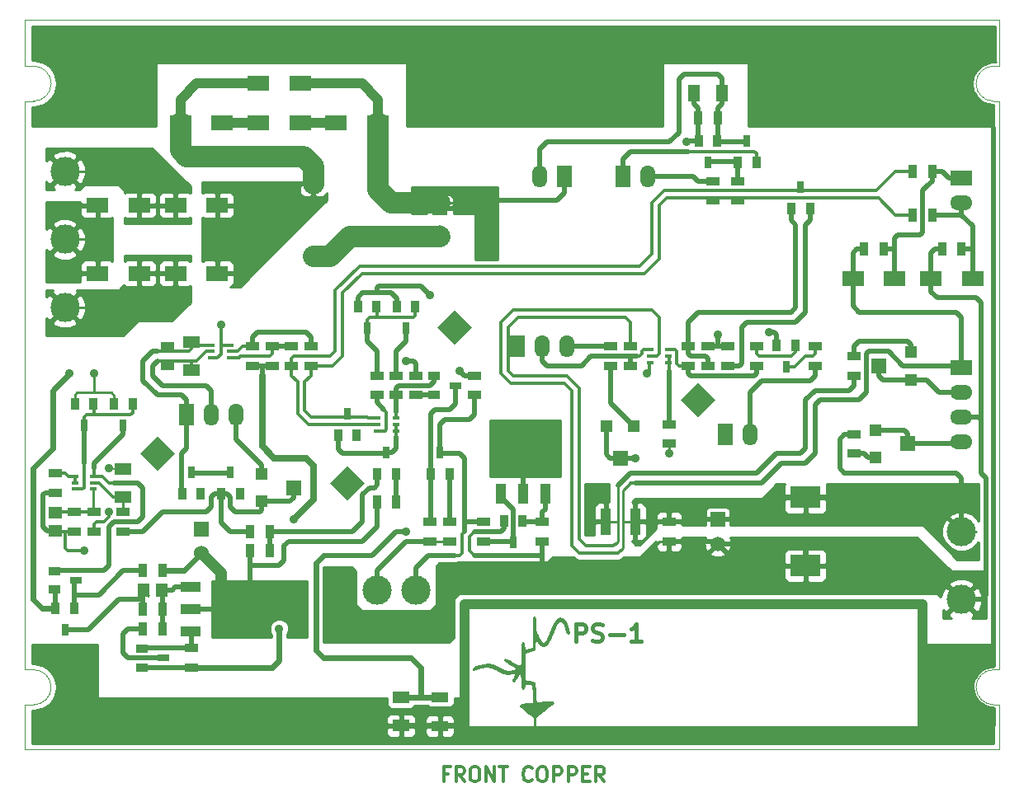
<source format=gtl>
%FSLAX34Y34*%
G04 Gerber Fmt 3.4, Leading zero omitted, Abs format*
G04 (created by PCBNEW (2014-03-14 BZR 4748)-product) date Tue 18 Mar 2014 03:42:16 PM EDT*
%MOIN*%
G01*
G70*
G90*
G04 APERTURE LIST*
%ADD10C,0.005906*%
%ADD11C,0.003937*%
%ADD12C,0.011811*%
%ADD13C,0.017717*%
%ADD14C,0.000100*%
%ADD15R,0.090000X0.060000*%
%ADD16O,0.090000X0.060000*%
%ADD17C,0.118110*%
%ADD18R,0.029528X0.015748*%
%ADD19R,0.060000X0.060000*%
%ADD20C,0.060000*%
%ADD21R,0.060000X0.090000*%
%ADD22O,0.060000X0.090000*%
%ADD23R,0.035433X0.051181*%
%ADD24R,0.031496X0.051181*%
%ADD25R,0.051181X0.035433*%
%ADD26R,0.051181X0.031496*%
%ADD27R,0.057087X0.037402*%
%ADD28R,0.037402X0.057087*%
%ADD29R,0.043307X0.106299*%
%ADD30R,0.070866X0.047244*%
%ADD31R,0.124016X0.086614*%
%ADD32R,0.090551X0.059055*%
%ADD33R,0.082677X0.043307*%
%ADD34R,0.082677X0.137795*%
%ADD35R,0.043307X0.082677*%
%ADD36R,0.137795X0.082677*%
%ADD37R,0.047244X0.070866*%
%ADD38R,0.047244X0.047244*%
%ADD39R,0.059055X0.062992*%
%ADD40R,0.062992X0.059055*%
%ADD41R,0.070866X0.041339*%
%ADD42R,0.045276X0.057087*%
%ADD43R,0.057087X0.045276*%
%ADD44C,0.035433*%
%ADD45C,0.012992*%
%ADD46C,0.009449*%
%ADD47C,0.018504*%
%ADD48C,0.039370*%
%ADD49C,0.022047*%
%ADD50C,0.086614*%
%ADD51C,0.007874*%
%ADD52C,0.026772*%
%ADD53C,0.047244*%
%ADD54C,0.010000*%
G04 APERTURE END LIST*
G54D10*
G54D11*
X88543Y-24488D02*
X88543Y-22598D01*
X88307Y-24488D02*
X88543Y-24488D01*
X88307Y-24488D02*
G75*
G03X87598Y-25196I0J-708D01*
G74*
G01*
X87598Y-25196D02*
G75*
G03X88307Y-25905I708J0D01*
G74*
G01*
X88543Y-25905D02*
X88307Y-25905D01*
X88543Y-48897D02*
X88543Y-25905D01*
X88307Y-48897D02*
X88543Y-48897D01*
X88307Y-48897D02*
G75*
G03X87598Y-49606I0J-708D01*
G74*
G01*
X87598Y-49606D02*
G75*
G03X88307Y-50314I708J0D01*
G74*
G01*
X88543Y-50314D02*
X88307Y-50314D01*
X88543Y-52125D02*
X88543Y-50314D01*
X49173Y-50314D02*
X49173Y-52125D01*
X49527Y-50314D02*
X49173Y-50314D01*
X49527Y-50314D02*
G75*
G03X50236Y-49606I0J708D01*
G74*
G01*
X50236Y-49606D02*
G75*
G03X49527Y-48897I-708J0D01*
G74*
G01*
X49173Y-48897D02*
X49527Y-48897D01*
X49173Y-25905D02*
X49173Y-48897D01*
X49527Y-25905D02*
X49173Y-25905D01*
X49527Y-25905D02*
G75*
G03X50236Y-25196I0J708D01*
G74*
G01*
X50236Y-25196D02*
G75*
G03X49527Y-24488I-708J0D01*
G74*
G01*
X49173Y-24488D02*
X49527Y-24488D01*
X49173Y-22598D02*
X49173Y-24488D01*
X88543Y-52125D02*
X49173Y-52125D01*
X49173Y-22598D02*
X88543Y-22598D01*
G54D12*
X66282Y-53107D02*
X66085Y-53107D01*
X66085Y-53416D02*
X66085Y-52826D01*
X66366Y-52826D01*
X66929Y-53416D02*
X66732Y-53135D01*
X66591Y-53416D02*
X66591Y-52826D01*
X66816Y-52826D01*
X66872Y-52854D01*
X66901Y-52882D01*
X66929Y-52938D01*
X66929Y-53023D01*
X66901Y-53079D01*
X66872Y-53107D01*
X66816Y-53135D01*
X66591Y-53135D01*
X67294Y-52826D02*
X67407Y-52826D01*
X67463Y-52854D01*
X67519Y-52910D01*
X67547Y-53023D01*
X67547Y-53219D01*
X67519Y-53332D01*
X67463Y-53388D01*
X67407Y-53416D01*
X67294Y-53416D01*
X67238Y-53388D01*
X67182Y-53332D01*
X67154Y-53219D01*
X67154Y-53023D01*
X67182Y-52910D01*
X67238Y-52854D01*
X67294Y-52826D01*
X67800Y-53416D02*
X67800Y-52826D01*
X68138Y-53416D01*
X68138Y-52826D01*
X68335Y-52826D02*
X68672Y-52826D01*
X68503Y-53416D02*
X68503Y-52826D01*
X69656Y-53360D02*
X69628Y-53388D01*
X69544Y-53416D01*
X69488Y-53416D01*
X69403Y-53388D01*
X69347Y-53332D01*
X69319Y-53276D01*
X69291Y-53163D01*
X69291Y-53079D01*
X69319Y-52966D01*
X69347Y-52910D01*
X69403Y-52854D01*
X69488Y-52826D01*
X69544Y-52826D01*
X69628Y-52854D01*
X69656Y-52882D01*
X70022Y-52826D02*
X70134Y-52826D01*
X70191Y-52854D01*
X70247Y-52910D01*
X70275Y-53023D01*
X70275Y-53219D01*
X70247Y-53332D01*
X70191Y-53388D01*
X70134Y-53416D01*
X70022Y-53416D01*
X69966Y-53388D01*
X69910Y-53332D01*
X69881Y-53219D01*
X69881Y-53023D01*
X69910Y-52910D01*
X69966Y-52854D01*
X70022Y-52826D01*
X70528Y-53416D02*
X70528Y-52826D01*
X70753Y-52826D01*
X70809Y-52854D01*
X70838Y-52882D01*
X70866Y-52938D01*
X70866Y-53023D01*
X70838Y-53079D01*
X70809Y-53107D01*
X70753Y-53135D01*
X70528Y-53135D01*
X71119Y-53416D02*
X71119Y-52826D01*
X71344Y-52826D01*
X71400Y-52854D01*
X71428Y-52882D01*
X71456Y-52938D01*
X71456Y-53023D01*
X71428Y-53079D01*
X71400Y-53107D01*
X71344Y-53135D01*
X71119Y-53135D01*
X71709Y-53107D02*
X71906Y-53107D01*
X71991Y-53416D02*
X71709Y-53416D01*
X71709Y-52826D01*
X71991Y-52826D01*
X72581Y-53416D02*
X72384Y-53135D01*
X72244Y-53416D02*
X72244Y-52826D01*
X72469Y-52826D01*
X72525Y-52854D01*
X72553Y-52882D01*
X72581Y-52938D01*
X72581Y-53023D01*
X72553Y-53079D01*
X72525Y-53107D01*
X72469Y-53135D01*
X72244Y-53135D01*
G54D13*
X71428Y-47761D02*
X71428Y-47052D01*
X71698Y-47052D01*
X71766Y-47086D01*
X71799Y-47120D01*
X71833Y-47187D01*
X71833Y-47289D01*
X71799Y-47356D01*
X71766Y-47390D01*
X71698Y-47424D01*
X71428Y-47424D01*
X72103Y-47727D02*
X72204Y-47761D01*
X72373Y-47761D01*
X72440Y-47727D01*
X72474Y-47694D01*
X72508Y-47626D01*
X72508Y-47559D01*
X72474Y-47491D01*
X72440Y-47457D01*
X72373Y-47424D01*
X72238Y-47390D01*
X72170Y-47356D01*
X72137Y-47322D01*
X72103Y-47255D01*
X72103Y-47187D01*
X72137Y-47120D01*
X72170Y-47086D01*
X72238Y-47052D01*
X72407Y-47052D01*
X72508Y-47086D01*
X72812Y-47491D02*
X73352Y-47491D01*
X74060Y-47761D02*
X73655Y-47761D01*
X73858Y-47761D02*
X73858Y-47052D01*
X73790Y-47154D01*
X73723Y-47221D01*
X73655Y-47255D01*
G54D14*
G36*
X71191Y-47407D02*
X71171Y-47471D01*
X71125Y-47489D01*
X71075Y-47463D01*
X71040Y-47395D01*
X71039Y-47393D01*
X71002Y-47253D01*
X70954Y-47124D01*
X70903Y-47024D01*
X70869Y-46980D01*
X70826Y-46958D01*
X70783Y-46980D01*
X70741Y-47025D01*
X70683Y-47111D01*
X70627Y-47224D01*
X70608Y-47274D01*
X70564Y-47386D01*
X70503Y-47528D01*
X70439Y-47669D01*
X70437Y-47673D01*
X70342Y-47837D01*
X70246Y-47936D01*
X70146Y-47968D01*
X70040Y-47935D01*
X69929Y-47837D01*
X69915Y-47820D01*
X69827Y-47717D01*
X69817Y-47924D01*
X69808Y-48131D01*
X69599Y-48197D01*
X69391Y-48264D01*
X69391Y-48787D01*
X69391Y-49311D01*
X69483Y-49333D01*
X69580Y-49357D01*
X69690Y-49385D01*
X69695Y-49386D01*
X69815Y-49418D01*
X69832Y-49802D01*
X69840Y-49956D01*
X69849Y-50083D01*
X69858Y-50170D01*
X69865Y-50203D01*
X69904Y-50208D01*
X69992Y-50205D01*
X70115Y-50196D01*
X70178Y-50191D01*
X70344Y-50176D01*
X70455Y-50173D01*
X70520Y-50183D01*
X70551Y-50206D01*
X70558Y-50237D01*
X70532Y-50275D01*
X70465Y-50343D01*
X70367Y-50430D01*
X70250Y-50529D01*
X70125Y-50628D01*
X70005Y-50720D01*
X69902Y-50793D01*
X69826Y-50840D01*
X69795Y-50851D01*
X69747Y-50832D01*
X69660Y-50779D01*
X69547Y-50703D01*
X69448Y-50630D01*
X69323Y-50529D01*
X69227Y-50442D01*
X69169Y-50377D01*
X69158Y-50351D01*
X69190Y-50305D01*
X69283Y-50272D01*
X69435Y-50255D01*
X69549Y-50252D01*
X69691Y-50251D01*
X69691Y-49903D01*
X69689Y-49758D01*
X69683Y-49640D01*
X69674Y-49563D01*
X69666Y-49541D01*
X69619Y-49526D01*
X69536Y-49508D01*
X69516Y-49504D01*
X69435Y-49493D01*
X69399Y-49507D01*
X69391Y-49558D01*
X69391Y-49584D01*
X69374Y-49660D01*
X69334Y-49711D01*
X69287Y-49720D01*
X69271Y-49709D01*
X69262Y-49671D01*
X69250Y-49581D01*
X69238Y-49455D01*
X69231Y-49364D01*
X69208Y-49035D01*
X69097Y-49226D01*
X69015Y-49350D01*
X68948Y-49411D01*
X68922Y-49418D01*
X68869Y-49395D01*
X68863Y-49332D01*
X68902Y-49237D01*
X68924Y-49201D01*
X68975Y-49118D01*
X68980Y-49078D01*
X68933Y-49075D01*
X68852Y-49093D01*
X68685Y-49109D01*
X68504Y-49069D01*
X68302Y-48974D01*
X68253Y-48945D01*
X68041Y-48850D01*
X67822Y-48820D01*
X67594Y-48857D01*
X67524Y-48881D01*
X67395Y-48928D01*
X67315Y-48946D01*
X67273Y-48938D01*
X67258Y-48901D01*
X67258Y-48883D01*
X67290Y-48819D01*
X67388Y-48761D01*
X67547Y-48708D01*
X67700Y-48675D01*
X67904Y-48659D01*
X68099Y-48694D01*
X68302Y-48783D01*
X68373Y-48824D01*
X68488Y-48885D01*
X68603Y-48929D01*
X68661Y-48943D01*
X68754Y-48944D01*
X68854Y-48930D01*
X68941Y-48905D01*
X68997Y-48875D01*
X69005Y-48848D01*
X68968Y-48818D01*
X68887Y-48770D01*
X68778Y-48711D01*
X68755Y-48700D01*
X68626Y-48630D01*
X68552Y-48574D01*
X68525Y-48526D01*
X68524Y-48517D01*
X68535Y-48471D01*
X68574Y-48456D01*
X68647Y-48472D01*
X68761Y-48522D01*
X68913Y-48601D01*
X69034Y-48666D01*
X69132Y-48717D01*
X69193Y-48746D01*
X69206Y-48751D01*
X69213Y-48720D01*
X69219Y-48633D01*
X69225Y-48503D01*
X69230Y-48342D01*
X69232Y-48260D01*
X69236Y-48069D01*
X69241Y-47935D01*
X69248Y-47848D01*
X69259Y-47798D01*
X69275Y-47775D01*
X69299Y-47768D01*
X69308Y-47768D01*
X69349Y-47779D01*
X69372Y-47821D01*
X69383Y-47913D01*
X69384Y-47926D01*
X69394Y-48018D01*
X69407Y-48076D01*
X69414Y-48084D01*
X69455Y-48076D01*
X69535Y-48054D01*
X69562Y-48046D01*
X69691Y-48007D01*
X69691Y-47379D01*
X69691Y-47160D01*
X69693Y-46999D01*
X69696Y-46887D01*
X69703Y-46815D01*
X69714Y-46774D01*
X69729Y-46756D01*
X69751Y-46751D01*
X69758Y-46751D01*
X69790Y-46757D01*
X69810Y-46782D01*
X69820Y-46840D01*
X69824Y-46944D01*
X69824Y-47026D01*
X69828Y-47181D01*
X69843Y-47297D01*
X69876Y-47402D01*
X69919Y-47501D01*
X69980Y-47615D01*
X70041Y-47711D01*
X70083Y-47762D01*
X70134Y-47801D01*
X70172Y-47795D01*
X70218Y-47750D01*
X70258Y-47689D01*
X70311Y-47582D01*
X70370Y-47447D01*
X70407Y-47353D01*
X70510Y-47110D01*
X70611Y-46935D01*
X70712Y-46825D01*
X70812Y-46782D01*
X70912Y-46806D01*
X71004Y-46886D01*
X71070Y-46993D01*
X71131Y-47136D01*
X71175Y-47285D01*
X71191Y-47407D01*
X71191Y-47407D01*
X71191Y-47407D01*
G37*
G54D15*
X87007Y-29027D03*
G54D16*
X87007Y-30027D03*
G54D17*
X64960Y-45669D03*
X63385Y-45669D03*
X61811Y-45669D03*
G54D18*
X51200Y-41338D03*
X51948Y-41594D03*
X51948Y-41082D03*
X51948Y-41338D03*
X51200Y-41082D03*
X51200Y-41594D03*
G54D19*
X60826Y-29232D03*
G54D20*
X60826Y-32184D03*
G54D21*
X55692Y-38582D03*
G54D22*
X56692Y-38582D03*
X57692Y-38582D03*
G54D15*
X87007Y-36688D03*
G54D16*
X87007Y-37688D03*
X87007Y-38688D03*
X87007Y-39688D03*
G54D21*
X77452Y-39370D03*
G54D22*
X78452Y-39370D03*
G54D21*
X69078Y-35826D03*
G54D22*
X70078Y-35826D03*
X71078Y-35826D03*
G54D21*
X73318Y-28937D03*
G54D22*
X74318Y-28937D03*
G54D21*
X70972Y-28937D03*
G54D22*
X69972Y-28937D03*
G54D18*
X75177Y-36220D03*
X74429Y-35964D03*
X74429Y-36476D03*
X74429Y-36220D03*
X75177Y-36476D03*
X75177Y-35964D03*
X64153Y-38976D03*
X63405Y-38720D03*
X63405Y-39232D03*
X63405Y-38976D03*
X64153Y-39232D03*
X64153Y-38720D03*
X57460Y-36023D03*
X56712Y-35767D03*
X56712Y-36279D03*
X56712Y-36023D03*
X57460Y-36279D03*
X57460Y-35767D03*
G54D19*
X77165Y-42815D03*
G54D20*
X77165Y-43799D03*
G54D23*
X55531Y-41771D03*
X56279Y-41771D03*
G54D24*
X55905Y-40905D03*
G54D23*
X61830Y-39409D03*
X62578Y-39409D03*
G54D24*
X62204Y-38543D03*
G54D23*
X57106Y-41771D03*
X57854Y-41771D03*
G54D24*
X57480Y-40905D03*
G54D17*
X50787Y-28740D03*
X50787Y-31496D03*
X50787Y-34251D03*
X87007Y-43307D03*
X87007Y-46062D03*
G54D23*
X63405Y-40984D03*
X64153Y-40984D03*
G54D24*
X63779Y-40118D03*
G54D25*
X65708Y-37027D03*
X65708Y-37775D03*
G54D26*
X66574Y-37401D03*
G54D23*
X65570Y-40984D03*
X66318Y-40984D03*
G54D24*
X65944Y-40118D03*
G54D23*
X80295Y-35787D03*
X79547Y-35787D03*
G54D24*
X79921Y-36653D03*
G54D27*
X58366Y-35826D03*
X58366Y-36614D03*
X59153Y-35826D03*
X59153Y-36614D03*
X60728Y-35826D03*
X60728Y-36614D03*
X59940Y-35826D03*
X59940Y-36614D03*
X64173Y-37007D03*
X64173Y-37795D03*
G54D28*
X59055Y-44094D03*
X58267Y-44094D03*
X64173Y-42125D03*
X63385Y-42125D03*
G54D27*
X67716Y-43700D03*
X67716Y-42913D03*
X81102Y-35826D03*
X81102Y-36614D03*
G54D28*
X85826Y-28740D03*
X85039Y-28740D03*
X85826Y-30511D03*
X85039Y-30511D03*
X86220Y-31889D03*
X87007Y-31889D03*
G54D29*
X72637Y-42913D03*
X73818Y-42913D03*
G54D27*
X73622Y-35826D03*
X73622Y-36614D03*
X70078Y-43700D03*
X70078Y-42913D03*
X54921Y-35826D03*
X54921Y-36614D03*
X66338Y-42913D03*
X66338Y-43700D03*
X72834Y-35826D03*
X72834Y-36614D03*
X78740Y-36614D03*
X78740Y-35826D03*
X76771Y-35826D03*
X76771Y-36614D03*
X75984Y-35826D03*
X75984Y-36614D03*
G54D30*
X55905Y-35649D03*
X55905Y-36791D03*
G54D31*
X80708Y-41929D03*
X80708Y-44685D03*
G54D23*
X64940Y-34212D03*
X64192Y-34212D03*
G54D24*
X64566Y-35078D03*
G54D27*
X67322Y-37007D03*
X67322Y-37795D03*
X82677Y-37007D03*
X82677Y-36220D03*
X82677Y-39370D03*
X82677Y-40157D03*
G54D32*
X57145Y-26771D03*
X55452Y-26771D03*
X60295Y-26771D03*
X58602Y-26771D03*
X63444Y-26771D03*
X61751Y-26771D03*
X58602Y-25196D03*
X60295Y-25196D03*
X85767Y-33070D03*
X87460Y-33070D03*
G54D33*
X55866Y-45551D03*
X55866Y-46456D03*
X55866Y-47362D03*
G54D34*
X58307Y-46456D03*
G54D27*
X53149Y-43307D03*
X53149Y-42519D03*
X63385Y-37007D03*
X63385Y-37795D03*
G54D28*
X58267Y-43307D03*
X59055Y-43307D03*
G54D32*
X84311Y-33070D03*
X82618Y-33070D03*
G54D28*
X83070Y-31889D03*
X83858Y-31889D03*
G54D27*
X75196Y-42913D03*
X75196Y-43700D03*
X64960Y-37007D03*
X64960Y-37795D03*
G54D30*
X53149Y-40767D03*
X53149Y-41909D03*
G54D23*
X63366Y-34212D03*
X62618Y-34212D03*
G54D24*
X62992Y-35078D03*
G54D23*
X80137Y-30255D03*
X80885Y-30255D03*
G54D24*
X80511Y-29389D03*
G54D27*
X65551Y-42913D03*
X65551Y-43700D03*
G54D35*
X68385Y-41771D03*
X69291Y-41771D03*
X70196Y-41771D03*
G54D36*
X69291Y-39330D03*
G54D23*
X69271Y-42874D03*
X68523Y-42874D03*
G54D24*
X68897Y-43740D03*
G54D27*
X75196Y-38976D03*
X75196Y-39763D03*
X77559Y-35826D03*
X77559Y-36614D03*
G54D37*
X77342Y-25590D03*
X76200Y-25590D03*
G54D23*
X77145Y-27519D03*
X76397Y-27519D03*
G54D24*
X76771Y-28385D03*
G54D23*
X77972Y-28385D03*
X78720Y-28385D03*
G54D24*
X78346Y-27519D03*
G54D27*
X77952Y-29921D03*
X77952Y-29133D03*
X76968Y-29921D03*
X76968Y-29133D03*
G54D28*
X77165Y-26574D03*
X76377Y-26574D03*
G54D38*
X58740Y-40984D03*
X58740Y-42086D03*
G54D39*
X60019Y-41535D03*
G54D38*
X84960Y-37165D03*
X84960Y-36062D03*
G54D39*
X83681Y-36614D03*
G54D38*
X83543Y-39212D03*
X83543Y-40314D03*
G54D39*
X84822Y-39763D03*
G54D38*
X73779Y-39055D03*
X72677Y-39055D03*
G54D40*
X73228Y-40334D03*
G54D30*
X64370Y-50019D03*
X64370Y-51161D03*
G54D41*
X65944Y-50000D03*
X65944Y-51181D03*
G54D32*
X53799Y-30118D03*
X52106Y-30118D03*
X56948Y-30118D03*
X55255Y-30118D03*
X56948Y-32874D03*
X55255Y-32874D03*
X53799Y-32874D03*
X52106Y-32874D03*
G54D42*
X53976Y-45669D03*
X54685Y-45669D03*
G54D19*
X56299Y-43208D03*
G54D20*
X56299Y-44192D03*
G54D23*
X51948Y-38149D03*
X51200Y-38149D03*
G54D24*
X51574Y-39015D03*
G54D23*
X53523Y-38149D03*
X52775Y-38149D03*
G54D24*
X53149Y-39015D03*
G54D25*
X53897Y-48051D03*
X53897Y-48799D03*
G54D26*
X54763Y-48425D03*
G54D23*
X51161Y-46417D03*
X50413Y-46417D03*
G54D24*
X50787Y-47283D03*
G54D25*
X50354Y-44901D03*
X50354Y-45649D03*
G54D26*
X51220Y-45275D03*
G54D27*
X50393Y-40944D03*
X50393Y-41732D03*
G54D28*
X53937Y-46456D03*
X54724Y-46456D03*
G54D27*
X55905Y-48031D03*
X55905Y-48818D03*
G54D28*
X54724Y-47244D03*
X53937Y-47244D03*
G54D27*
X51968Y-43307D03*
X51968Y-42519D03*
X51181Y-42519D03*
X51181Y-43307D03*
G54D28*
X53937Y-44881D03*
X54724Y-44881D03*
G54D43*
X50393Y-42559D03*
X50393Y-43267D03*
G54D19*
X65944Y-30216D03*
G54D20*
X65944Y-31200D03*
G54D10*
G36*
X62204Y-42034D02*
X61508Y-41338D01*
X62204Y-40642D01*
X62900Y-41338D01*
X62204Y-42034D01*
X62204Y-42034D01*
G37*
G36*
X66535Y-35735D02*
X65839Y-35039D01*
X66535Y-34343D01*
X67231Y-35039D01*
X66535Y-35735D01*
X66535Y-35735D01*
G37*
G36*
X76377Y-38688D02*
X75681Y-37992D01*
X76377Y-37296D01*
X77073Y-37992D01*
X76377Y-38688D01*
X76377Y-38688D01*
G37*
G36*
X54527Y-40853D02*
X53831Y-40157D01*
X54527Y-39461D01*
X55223Y-40157D01*
X54527Y-40853D01*
X54527Y-40853D01*
G37*
G54D44*
X74311Y-36909D03*
X51968Y-36909D03*
X50984Y-36909D03*
X65551Y-33759D03*
X64566Y-36417D03*
X66732Y-36811D03*
X79232Y-35236D03*
X77165Y-35334D03*
X57086Y-34940D03*
X59448Y-47244D03*
X52559Y-42519D03*
X52559Y-40748D03*
X69291Y-39173D03*
X68503Y-40748D03*
X68503Y-39173D03*
X70078Y-39173D03*
X69291Y-39960D03*
X70078Y-39960D03*
X70078Y-40748D03*
X68503Y-39960D03*
X72047Y-43307D03*
X72047Y-42125D03*
X72047Y-42913D03*
X72047Y-42519D03*
X72047Y-41732D03*
X67519Y-32086D03*
X67519Y-31496D03*
X68110Y-32086D03*
X67814Y-31791D03*
X68110Y-31496D03*
X64566Y-43307D03*
X69291Y-40748D03*
X51574Y-44094D03*
X60039Y-42814D03*
X73818Y-40354D03*
X75196Y-40157D03*
X59448Y-46456D03*
X59448Y-45669D03*
X58267Y-46456D03*
X58267Y-45669D03*
X57086Y-45669D03*
X75885Y-27559D03*
X57086Y-46456D03*
X86811Y-26377D03*
X86811Y-23818D03*
X87992Y-23818D03*
X86811Y-25196D03*
X87992Y-26377D03*
X50787Y-26377D03*
X50787Y-23818D03*
X84251Y-23622D03*
X76377Y-23622D03*
X68503Y-23622D03*
X60629Y-23622D03*
X52755Y-23622D03*
X49803Y-23818D03*
X50787Y-25196D03*
X49803Y-26377D03*
X50787Y-49606D03*
X49803Y-50984D03*
X50787Y-50984D03*
X50787Y-48425D03*
X49803Y-48425D03*
X73031Y-51377D03*
X65157Y-51161D03*
X85433Y-48031D03*
X80905Y-51377D03*
X87992Y-48425D03*
X87007Y-49606D03*
X87992Y-50787D03*
X87007Y-50787D03*
X87007Y-48425D03*
G54D45*
X74015Y-32578D02*
X62696Y-32578D01*
X59940Y-36614D02*
X59940Y-36318D01*
X62696Y-32578D02*
X61712Y-33562D01*
X61712Y-33562D02*
X61712Y-36023D01*
X61712Y-36023D02*
X61515Y-36220D01*
X61515Y-36220D02*
X60039Y-36220D01*
X60039Y-36220D02*
X59940Y-36318D01*
X79035Y-29527D02*
X80118Y-29527D01*
X75000Y-29527D02*
X74507Y-30019D01*
X74507Y-30019D02*
X74507Y-32086D01*
X74507Y-32086D02*
X74015Y-32578D01*
X79035Y-29527D02*
X76574Y-29527D01*
X76574Y-29527D02*
X75000Y-29527D01*
X60629Y-38976D02*
X60196Y-38543D01*
X60196Y-38543D02*
X60196Y-37263D01*
X60196Y-37263D02*
X59940Y-37007D01*
X59940Y-37007D02*
X59940Y-36614D01*
X63405Y-38976D02*
X60629Y-38976D01*
X83562Y-29527D02*
X84350Y-28740D01*
X80118Y-29527D02*
X83562Y-29527D01*
X84350Y-28740D02*
X85039Y-28740D01*
X80374Y-29527D02*
X80511Y-29389D01*
X80118Y-29527D02*
X80374Y-29527D01*
X62795Y-32874D02*
X74212Y-32874D01*
X76574Y-29822D02*
X75098Y-29822D01*
X77263Y-29822D02*
X76574Y-29822D01*
X74803Y-30118D02*
X74803Y-32283D01*
X75098Y-29822D02*
X74803Y-30118D01*
X74803Y-32283D02*
X74212Y-32874D01*
X61614Y-36614D02*
X60728Y-36614D01*
X62007Y-36220D02*
X61614Y-36614D01*
X62007Y-33661D02*
X62007Y-36220D01*
X62795Y-32874D02*
X62007Y-33661D01*
X60728Y-37007D02*
X60472Y-37263D01*
X60472Y-37263D02*
X60472Y-38425D01*
X60472Y-38425D02*
X60728Y-38681D01*
X60728Y-38681D02*
X61811Y-38681D01*
X60728Y-36614D02*
X60728Y-37007D01*
X61811Y-38681D02*
X62992Y-38681D01*
X62992Y-38681D02*
X63031Y-38720D01*
X63031Y-38720D02*
X63405Y-38720D01*
X78248Y-29822D02*
X77263Y-29822D01*
X62066Y-38681D02*
X62204Y-38543D01*
X61811Y-38681D02*
X62066Y-38681D01*
X78051Y-29822D02*
X78248Y-29822D01*
X77952Y-29921D02*
X78051Y-29822D01*
X77066Y-29822D02*
X77263Y-29822D01*
X76968Y-29921D02*
X77066Y-29822D01*
X83661Y-29822D02*
X84350Y-30511D01*
X84350Y-30511D02*
X85039Y-30511D01*
X78248Y-29822D02*
X79133Y-29822D01*
X79133Y-29822D02*
X83661Y-29822D01*
G54D46*
X53149Y-42519D02*
X53149Y-41909D01*
G54D45*
X52165Y-41338D02*
X52736Y-41909D01*
X52736Y-41909D02*
X53149Y-41909D01*
X51948Y-41338D02*
X52165Y-41338D01*
G54D46*
X77145Y-26594D02*
X77165Y-26574D01*
G54D47*
X77342Y-24980D02*
X77342Y-25590D01*
X77165Y-24803D02*
X77342Y-24980D01*
X75787Y-24803D02*
X77165Y-24803D01*
X75590Y-25000D02*
X75787Y-24803D01*
X75590Y-27165D02*
X75590Y-25000D01*
X75196Y-27559D02*
X75590Y-27165D01*
X70275Y-27559D02*
X75196Y-27559D01*
X69972Y-27862D02*
X70275Y-27559D01*
X69972Y-28937D02*
X69972Y-27862D01*
X77165Y-27500D02*
X77165Y-26574D01*
X77145Y-27519D02*
X77165Y-27500D01*
X77165Y-26181D02*
X77342Y-26003D01*
X77342Y-26003D02*
X77342Y-25590D01*
X77165Y-26574D02*
X77165Y-26181D01*
X77185Y-27559D02*
X77145Y-27519D01*
X78307Y-27559D02*
X77185Y-27559D01*
X78346Y-27519D02*
X78307Y-27559D01*
G54D48*
X57145Y-26771D02*
X58602Y-26771D01*
G54D46*
X78444Y-39362D02*
X78452Y-39370D01*
G54D47*
X81102Y-37007D02*
X80905Y-37204D01*
X80905Y-37204D02*
X78937Y-37204D01*
X78937Y-37204D02*
X78452Y-37688D01*
X78452Y-37688D02*
X78452Y-39370D01*
X81102Y-36614D02*
X81102Y-37007D01*
X76377Y-29133D02*
X76181Y-28937D01*
X76181Y-28937D02*
X74318Y-28937D01*
X76968Y-29133D02*
X76377Y-29133D01*
X53937Y-43307D02*
X54724Y-42519D01*
X54724Y-42519D02*
X56496Y-42519D01*
X56496Y-42519D02*
X56692Y-42322D01*
X56692Y-42322D02*
X56692Y-41929D01*
X56692Y-41929D02*
X56850Y-41771D01*
X56850Y-41771D02*
X57106Y-41771D01*
X53149Y-43307D02*
X53937Y-43307D01*
X57106Y-42933D02*
X57480Y-43307D01*
X57480Y-43307D02*
X58267Y-43307D01*
X57106Y-41771D02*
X57106Y-42933D01*
X57322Y-41771D02*
X57480Y-41929D01*
X57480Y-41929D02*
X57480Y-42322D01*
X57480Y-42322D02*
X57677Y-42519D01*
X57677Y-42519D02*
X58661Y-42519D01*
X58661Y-42519D02*
X58740Y-42440D01*
X58740Y-42440D02*
X58740Y-42086D01*
X57106Y-41771D02*
X57322Y-41771D01*
X59881Y-42086D02*
X60019Y-41948D01*
X60019Y-41948D02*
X60019Y-41535D01*
X58740Y-42086D02*
X59881Y-42086D01*
G54D46*
X63385Y-34232D02*
X63366Y-34212D01*
G54D45*
X62992Y-34744D02*
X63090Y-34645D01*
X63385Y-34645D02*
X64862Y-34645D01*
X63090Y-34645D02*
X63385Y-34645D01*
X64862Y-34645D02*
X64940Y-34566D01*
X64940Y-34566D02*
X64940Y-34212D01*
X62992Y-35078D02*
X62992Y-34744D01*
X63385Y-34232D02*
X63366Y-34212D01*
X63385Y-34645D02*
X63385Y-34232D01*
G54D47*
X62992Y-35629D02*
X63385Y-36023D01*
X63385Y-36023D02*
X63385Y-37007D01*
X62992Y-35078D02*
X62992Y-35629D01*
X50393Y-46397D02*
X50393Y-45688D01*
G54D46*
X50413Y-45708D02*
X50354Y-45649D01*
G54D47*
X50393Y-45688D02*
X50354Y-45649D01*
G54D45*
X74429Y-36476D02*
X74409Y-36496D01*
X74409Y-36496D02*
X74409Y-36811D01*
X74409Y-36811D02*
X74311Y-36909D01*
G54D46*
X51968Y-37696D02*
X51968Y-36909D01*
G54D49*
X50413Y-46417D02*
X49862Y-46417D01*
X49862Y-46417D02*
X49507Y-46062D01*
X49507Y-46062D02*
X49507Y-40748D01*
X49507Y-40748D02*
X50295Y-39960D01*
X50295Y-39960D02*
X50295Y-37598D01*
X50295Y-37598D02*
X50984Y-36909D01*
G54D46*
X51200Y-38149D02*
X51200Y-37775D01*
X51200Y-37775D02*
X51279Y-37696D01*
X51279Y-37696D02*
X51968Y-37696D01*
X51968Y-37696D02*
X52657Y-37696D01*
X52657Y-37696D02*
X52775Y-37814D01*
X52775Y-37814D02*
X52775Y-38149D01*
G54D50*
X60826Y-29232D02*
X60826Y-28543D01*
X60826Y-28543D02*
X60433Y-28149D01*
X60433Y-28149D02*
X55708Y-28149D01*
X55708Y-28149D02*
X55452Y-27893D01*
X55452Y-27893D02*
X55452Y-26771D01*
G54D48*
X58602Y-25196D02*
X56102Y-25196D01*
X55452Y-25846D02*
X55452Y-26771D01*
X56102Y-25196D02*
X55452Y-25846D01*
G54D47*
X50413Y-46417D02*
X50393Y-46397D01*
X62618Y-33838D02*
X62795Y-33661D01*
X63385Y-33661D02*
X63976Y-33661D01*
X62795Y-33661D02*
X63385Y-33661D01*
X63976Y-33661D02*
X64192Y-33877D01*
X64192Y-33877D02*
X64192Y-34212D01*
X62618Y-34212D02*
X62618Y-33838D01*
X63385Y-33464D02*
X63484Y-33366D01*
X63484Y-33366D02*
X65157Y-33366D01*
X65157Y-33366D02*
X65551Y-33759D01*
X63385Y-33661D02*
X63385Y-33464D01*
X64960Y-36515D02*
X64862Y-36417D01*
X64862Y-36417D02*
X64566Y-36417D01*
X64960Y-37007D02*
X64960Y-36515D01*
X66929Y-37007D02*
X66732Y-36811D01*
X67322Y-37007D02*
X66929Y-37007D01*
X79429Y-35236D02*
X79232Y-35236D01*
X79547Y-35354D02*
X79429Y-35236D01*
X79547Y-35787D02*
X79547Y-35354D01*
X77165Y-35826D02*
X76771Y-35826D01*
X77559Y-35826D02*
X77165Y-35826D01*
X77165Y-35826D02*
X77165Y-35334D01*
G54D45*
X57086Y-36141D02*
X56948Y-36279D01*
X56948Y-36279D02*
X56712Y-36279D01*
X57086Y-35748D02*
X57086Y-36141D01*
X57086Y-34940D02*
X57086Y-35748D01*
X57086Y-35767D02*
X57086Y-35748D01*
X57460Y-35767D02*
X57086Y-35767D01*
G54D46*
X56948Y-31496D02*
X56948Y-32874D01*
X56948Y-30118D02*
X56948Y-31496D01*
X59251Y-31496D02*
X60826Y-29921D01*
X60826Y-29921D02*
X60826Y-29232D01*
X56948Y-31496D02*
X59251Y-31496D01*
G54D49*
X59153Y-48818D02*
X59448Y-48523D01*
X59448Y-48523D02*
X59448Y-47244D01*
X55905Y-48818D02*
X59153Y-48818D01*
G54D46*
X55905Y-48818D02*
X55885Y-48799D01*
G54D50*
X65944Y-31397D02*
X62303Y-31397D01*
X62303Y-31397D02*
X61516Y-32184D01*
X61516Y-32184D02*
X60826Y-32184D01*
G54D46*
X65944Y-43700D02*
X65551Y-43700D01*
X66338Y-43700D02*
X65944Y-43700D01*
G54D47*
X53917Y-48818D02*
X55905Y-48818D01*
X53897Y-48799D02*
X53917Y-48818D01*
X64566Y-43700D02*
X63385Y-44881D01*
X63385Y-44881D02*
X63385Y-45669D01*
X65551Y-43700D02*
X64566Y-43700D01*
G54D46*
X52106Y-31496D02*
X52106Y-30118D01*
X52106Y-32874D02*
X52106Y-31496D01*
X52106Y-31496D02*
X50787Y-31496D01*
G54D45*
X52559Y-42519D02*
X52559Y-42716D01*
X51968Y-43011D02*
X51968Y-43307D01*
X52066Y-42913D02*
X51968Y-43011D01*
X52362Y-42913D02*
X52066Y-42913D01*
X52559Y-42716D02*
X52362Y-42913D01*
G54D46*
X69094Y-35842D02*
X69078Y-35826D01*
G54D51*
X53149Y-40767D02*
X52578Y-40767D01*
X52578Y-40767D02*
X52559Y-40748D01*
G54D50*
X65944Y-30019D02*
X63976Y-30019D01*
X63976Y-30019D02*
X63444Y-29488D01*
X63444Y-29488D02*
X63444Y-26771D01*
G54D46*
X65944Y-30019D02*
X67913Y-30019D01*
G54D48*
X60295Y-25196D02*
X62795Y-25196D01*
X63444Y-25846D02*
X63444Y-26771D01*
X62795Y-25196D02*
X63444Y-25846D01*
G54D46*
X72637Y-42913D02*
X73129Y-42913D01*
X69291Y-39960D02*
X69291Y-40748D01*
X69291Y-39173D02*
X69291Y-39960D01*
X69291Y-40748D02*
X68503Y-40748D01*
X68503Y-39173D02*
X68503Y-39960D01*
X70078Y-39960D02*
X69291Y-39960D01*
X68503Y-39960D02*
X69291Y-39960D01*
X70078Y-39173D02*
X70078Y-39960D01*
X69291Y-40748D02*
X70078Y-40748D01*
X72047Y-42913D02*
X72637Y-42913D01*
X72047Y-43307D02*
X72047Y-42913D01*
X72047Y-41732D02*
X72047Y-42125D01*
X72047Y-42913D02*
X72047Y-42519D01*
X72047Y-42125D02*
X72047Y-42519D01*
X68011Y-30019D02*
X67913Y-30019D01*
X68110Y-30118D02*
X68110Y-31496D01*
X68011Y-30019D02*
X68110Y-30118D01*
X67519Y-32086D02*
X68110Y-32086D01*
X68110Y-31496D02*
X68110Y-32086D01*
X68110Y-31496D02*
X67519Y-31496D01*
G54D49*
X65925Y-50019D02*
X65944Y-50000D01*
X65157Y-50019D02*
X65925Y-50019D01*
X64370Y-50019D02*
X65157Y-50019D01*
G54D46*
X68110Y-31496D02*
X67814Y-31791D01*
G54D47*
X55708Y-38598D02*
X55692Y-38582D01*
X55708Y-39960D02*
X55708Y-38598D01*
X55511Y-40157D02*
X55708Y-39960D01*
X55511Y-41751D02*
X55511Y-40157D01*
X55531Y-41771D02*
X55511Y-41751D01*
X63188Y-44291D02*
X64173Y-43307D01*
X64173Y-43307D02*
X64566Y-43307D01*
G54D49*
X60925Y-44586D02*
X61220Y-44291D01*
X65157Y-48818D02*
X64763Y-48425D01*
X64763Y-48425D02*
X61220Y-48425D01*
X65157Y-48818D02*
X65157Y-50019D01*
X60925Y-48129D02*
X61220Y-48425D01*
X60925Y-48129D02*
X60925Y-44586D01*
G54D47*
X61220Y-44291D02*
X63188Y-44291D01*
X69291Y-40748D02*
X69291Y-41771D01*
G54D45*
X72933Y-43897D02*
X71850Y-43897D01*
X71850Y-43897D02*
X71555Y-43602D01*
X71555Y-43602D02*
X71555Y-41043D01*
X71555Y-41043D02*
X71555Y-41043D01*
X71555Y-41043D02*
X71555Y-37500D01*
X71555Y-37500D02*
X71062Y-37007D01*
X71062Y-37007D02*
X68897Y-37007D01*
X68897Y-37007D02*
X68700Y-36811D01*
X68700Y-35826D02*
X68700Y-35039D01*
X68700Y-36811D02*
X68700Y-35826D01*
X68700Y-35039D02*
X69094Y-34645D01*
X69094Y-34645D02*
X73425Y-34645D01*
X73425Y-34645D02*
X73622Y-34842D01*
X73622Y-34842D02*
X73622Y-35826D01*
G54D46*
X73129Y-42913D02*
X73129Y-43700D01*
X73129Y-43700D02*
X73031Y-43799D01*
G54D45*
X73031Y-43799D02*
X72933Y-43897D01*
X68700Y-35826D02*
X69078Y-35826D01*
G54D47*
X82480Y-37598D02*
X82677Y-37401D01*
X82677Y-37401D02*
X82677Y-37007D01*
X73818Y-40944D02*
X78740Y-40944D01*
X73129Y-41437D02*
X73622Y-40944D01*
X73622Y-40944D02*
X73818Y-40944D01*
G54D46*
X73129Y-42913D02*
X73129Y-41437D01*
G54D47*
X81102Y-37598D02*
X82086Y-37598D01*
X80708Y-37992D02*
X81102Y-37598D01*
X80708Y-39960D02*
X80708Y-37992D01*
X80511Y-40157D02*
X80708Y-39960D01*
X79527Y-40157D02*
X80511Y-40157D01*
X78740Y-40944D02*
X79527Y-40157D01*
X82086Y-37598D02*
X82480Y-37598D01*
X70972Y-29618D02*
X70669Y-29921D01*
X70669Y-29921D02*
X68110Y-29921D01*
X68110Y-29921D02*
X68011Y-30019D01*
X70972Y-28937D02*
X70972Y-29618D01*
G54D45*
X54921Y-36023D02*
X54921Y-35826D01*
G54D47*
X54330Y-36023D02*
X53937Y-36417D01*
X53937Y-36417D02*
X53937Y-37204D01*
X53937Y-37204D02*
X54527Y-37795D01*
X54527Y-37795D02*
X55511Y-37795D01*
X55511Y-37795D02*
X55692Y-37976D01*
X55692Y-37976D02*
X55692Y-38582D01*
G54D45*
X54921Y-36023D02*
X54527Y-36023D01*
G54D47*
X54527Y-36023D02*
X54330Y-36023D01*
G54D45*
X56023Y-35767D02*
X55905Y-35649D01*
X56712Y-35767D02*
X56023Y-35767D01*
X55787Y-36023D02*
X55905Y-35905D01*
X55905Y-35905D02*
X55905Y-35649D01*
X54921Y-36023D02*
X55787Y-36023D01*
X51574Y-44094D02*
X50885Y-44094D01*
X51181Y-43307D02*
X50787Y-43307D01*
X50787Y-43996D02*
X50787Y-43307D01*
X50885Y-44094D02*
X50787Y-43996D01*
G54D52*
X58759Y-37007D02*
X58759Y-37303D01*
G54D47*
X58759Y-37007D02*
X58759Y-36614D01*
G54D52*
X60826Y-42027D02*
X60039Y-42814D01*
X60826Y-40649D02*
X60826Y-42027D01*
X60531Y-40354D02*
X60826Y-40649D01*
X59251Y-40354D02*
X60531Y-40354D01*
X58759Y-39862D02*
X59251Y-40354D01*
X58759Y-37303D02*
X58759Y-39862D01*
G54D46*
X75196Y-40157D02*
X75196Y-39763D01*
X58307Y-46456D02*
X59448Y-46456D01*
X58267Y-45669D02*
X59448Y-45669D01*
G54D49*
X54724Y-44881D02*
X55610Y-44881D01*
X55610Y-44881D02*
X56299Y-44192D01*
G54D51*
X58267Y-46417D02*
X58307Y-46456D01*
G54D53*
X56299Y-44192D02*
X57086Y-44980D01*
X57086Y-44980D02*
X57086Y-45669D01*
G54D46*
X58267Y-46456D02*
X58307Y-46456D01*
X57086Y-45669D02*
X58267Y-45669D01*
X57086Y-46456D02*
X57086Y-45669D01*
X58307Y-46456D02*
X57086Y-46456D01*
G54D45*
X51181Y-43307D02*
X50433Y-43307D01*
G54D46*
X50433Y-43307D02*
X50393Y-43267D01*
G54D47*
X59153Y-36614D02*
X58759Y-36614D01*
X58759Y-36614D02*
X58366Y-36614D01*
G54D46*
X75925Y-27519D02*
X75885Y-27559D01*
G54D47*
X75925Y-27519D02*
X76397Y-27519D01*
X57086Y-46456D02*
X55866Y-46456D01*
X50064Y-43267D02*
X49907Y-43110D01*
X49907Y-43110D02*
X49907Y-41824D01*
X49907Y-41824D02*
X50000Y-41732D01*
X50000Y-41732D02*
X50393Y-41732D01*
X50393Y-43267D02*
X50064Y-43267D01*
X58267Y-44685D02*
X58267Y-45669D01*
X58267Y-44094D02*
X58267Y-44685D01*
X63385Y-43110D02*
X62795Y-43700D01*
X62795Y-43700D02*
X59842Y-43700D01*
X59842Y-43700D02*
X59645Y-43897D01*
X59645Y-43897D02*
X59645Y-44488D01*
X59645Y-44488D02*
X59448Y-44685D01*
X59448Y-44685D02*
X58267Y-44685D01*
X63385Y-42125D02*
X63385Y-43110D01*
X72814Y-40334D02*
X72677Y-40196D01*
X72677Y-40196D02*
X72677Y-39055D01*
X73228Y-40334D02*
X72814Y-40334D01*
X73799Y-40334D02*
X73228Y-40334D01*
X73818Y-40354D02*
X73799Y-40334D01*
X76377Y-27500D02*
X76377Y-26574D01*
X76397Y-27519D02*
X76377Y-27500D01*
X76377Y-26181D02*
X76200Y-26003D01*
X76200Y-26003D02*
X76200Y-25590D01*
X76377Y-26574D02*
X76377Y-26181D01*
X83818Y-37165D02*
X83681Y-37027D01*
X83681Y-37027D02*
X83681Y-36614D01*
X84960Y-37165D02*
X83818Y-37165D01*
X85590Y-37165D02*
X86114Y-37688D01*
X86114Y-37688D02*
X87007Y-37688D01*
X84960Y-37165D02*
X85590Y-37165D01*
G54D46*
X86933Y-39763D02*
X87007Y-39688D01*
G54D47*
X84685Y-39212D02*
X84822Y-39350D01*
X84822Y-39350D02*
X84822Y-39763D01*
X83543Y-39212D02*
X84685Y-39212D01*
X86933Y-39763D02*
X87007Y-39688D01*
X84822Y-39763D02*
X86933Y-39763D01*
X62401Y-43307D02*
X62795Y-42913D01*
X62795Y-42913D02*
X62795Y-41830D01*
X62795Y-41830D02*
X63090Y-41535D01*
X63090Y-41535D02*
X63287Y-41535D01*
X63287Y-41535D02*
X63405Y-41417D01*
X63405Y-41417D02*
X63405Y-40984D01*
X59055Y-43307D02*
X62401Y-43307D01*
X59055Y-43307D02*
X59055Y-44094D01*
G54D51*
X87992Y-26377D02*
X86811Y-26377D01*
X86811Y-25196D02*
X86811Y-23818D01*
X87992Y-23818D02*
X87992Y-23622D01*
X86811Y-23818D02*
X87992Y-23818D01*
X86811Y-26377D02*
X86811Y-25196D01*
X49803Y-26377D02*
X50787Y-26377D01*
X50787Y-25196D02*
X50787Y-23818D01*
X52755Y-23622D02*
X50000Y-23622D01*
X84251Y-23622D02*
X87992Y-23622D01*
X87992Y-23622D02*
X88385Y-23622D01*
X84251Y-23622D02*
X76377Y-23622D01*
X76377Y-23622D02*
X68503Y-23622D01*
X68503Y-23622D02*
X60629Y-23622D01*
X60629Y-23622D02*
X52755Y-23622D01*
X50000Y-23622D02*
X49803Y-23818D01*
X50787Y-23818D02*
X49803Y-23818D01*
X50787Y-26377D02*
X50787Y-25196D01*
X49803Y-48425D02*
X50787Y-48425D01*
X50787Y-50984D02*
X49803Y-50984D01*
X49980Y-51161D02*
X49803Y-50984D01*
X49980Y-51161D02*
X65157Y-51161D01*
X50787Y-49606D02*
X50787Y-50984D01*
X50787Y-48425D02*
X50787Y-49606D01*
G54D46*
X69783Y-51377D02*
X69783Y-50492D01*
G54D51*
X88307Y-24330D02*
X88307Y-24133D01*
X88385Y-24330D02*
X88385Y-23622D01*
X88385Y-23622D02*
X88385Y-22874D01*
X88149Y-22874D02*
X88385Y-22874D01*
G54D46*
X87874Y-25944D02*
X87755Y-25866D01*
X87755Y-25866D02*
X87677Y-25787D01*
X87677Y-25787D02*
X87559Y-25629D01*
X87559Y-25629D02*
X87480Y-25472D01*
X87480Y-25472D02*
X87440Y-25196D01*
X87440Y-25196D02*
X87480Y-24921D01*
X87480Y-24921D02*
X87598Y-24685D01*
X87598Y-24685D02*
X87795Y-24488D01*
X87795Y-24488D02*
X88031Y-24370D01*
X88031Y-24370D02*
X88228Y-24330D01*
X88228Y-24330D02*
X88307Y-24330D01*
X88307Y-24330D02*
X88385Y-24330D01*
X88307Y-26062D02*
X88070Y-26023D01*
X88307Y-26062D02*
X88307Y-26653D01*
X88070Y-26023D02*
X87874Y-25944D01*
X88307Y-26653D02*
X87204Y-26653D01*
G54D49*
X65925Y-51161D02*
X65944Y-51181D01*
X65157Y-51161D02*
X65925Y-51161D01*
X64370Y-51161D02*
X65157Y-51161D01*
X64370Y-51161D02*
X64350Y-51181D01*
G54D48*
X85433Y-46259D02*
X66929Y-46259D01*
X66929Y-46259D02*
X66929Y-51377D01*
X85433Y-51377D02*
X85433Y-51299D01*
X85433Y-51299D02*
X85433Y-48031D01*
X80905Y-51377D02*
X73031Y-51377D01*
G54D49*
X66712Y-51161D02*
X66929Y-51377D01*
G54D48*
X66929Y-51377D02*
X69783Y-51377D01*
X69783Y-51377D02*
X73031Y-51377D01*
G54D49*
X65157Y-51161D02*
X66712Y-51161D01*
G54D48*
X80905Y-51377D02*
X85433Y-51377D01*
X85433Y-48031D02*
X85433Y-46259D01*
G54D47*
X87519Y-50000D02*
X87440Y-49685D01*
X88228Y-50472D02*
X88031Y-50433D01*
X88031Y-50433D02*
X87874Y-50354D01*
X87874Y-50354D02*
X87716Y-50236D01*
X87716Y-50236D02*
X87598Y-50118D01*
X87598Y-50118D02*
X87519Y-50000D01*
X87204Y-51299D02*
X88149Y-51299D01*
X85433Y-51299D02*
X87204Y-51299D01*
X88307Y-50787D02*
X88307Y-50472D01*
X88307Y-51141D02*
X88307Y-50787D01*
X88149Y-51299D02*
X88307Y-51141D01*
X88307Y-50472D02*
X88228Y-50472D01*
X88228Y-48740D02*
X88307Y-48740D01*
X88031Y-48779D02*
X88228Y-48740D01*
X87874Y-48858D02*
X88031Y-48779D01*
X87677Y-49015D02*
X87874Y-48858D01*
X87559Y-49173D02*
X87677Y-49015D01*
X87480Y-49330D02*
X87559Y-49173D01*
X87440Y-49527D02*
X87480Y-49330D01*
X87440Y-49685D02*
X87440Y-49527D01*
X88307Y-48425D02*
X88307Y-26968D01*
X88307Y-48740D02*
X88307Y-48425D01*
G54D46*
X88307Y-26968D02*
X88307Y-26653D01*
X87007Y-48425D02*
X87007Y-49606D01*
X87007Y-50787D02*
X87992Y-50787D01*
X87992Y-50787D02*
X88307Y-50787D01*
X87007Y-49606D02*
X87007Y-50787D01*
X87992Y-48425D02*
X87007Y-48425D01*
X64173Y-38996D02*
X64153Y-38976D01*
X64173Y-39251D02*
X64153Y-39232D01*
X63818Y-40157D02*
X63779Y-40118D01*
G54D45*
X64173Y-39251D02*
X64153Y-39232D01*
X64173Y-39251D02*
X64173Y-39468D01*
X64173Y-38996D02*
X64153Y-38976D01*
X64173Y-39468D02*
X64173Y-38996D01*
G54D47*
X62007Y-40157D02*
X61830Y-39980D01*
X61830Y-39980D02*
X61830Y-39409D01*
X63740Y-40157D02*
X62007Y-40157D01*
X63779Y-40118D02*
X63740Y-40157D01*
X64015Y-40118D02*
X64173Y-39960D01*
X64173Y-39960D02*
X64173Y-39468D01*
X63779Y-40118D02*
X64015Y-40118D01*
X53346Y-48425D02*
X53149Y-48228D01*
X53149Y-48228D02*
X53149Y-47440D01*
X53149Y-47440D02*
X53346Y-47244D01*
X53346Y-47244D02*
X53937Y-47244D01*
X54763Y-48425D02*
X53346Y-48425D01*
X63385Y-38090D02*
X63385Y-37795D01*
G54D45*
X63405Y-39232D02*
X63720Y-39232D01*
X63779Y-38484D02*
X63681Y-38385D01*
X63779Y-39173D02*
X63779Y-38484D01*
X63720Y-39232D02*
X63779Y-39173D01*
G54D47*
X63681Y-38385D02*
X63385Y-38090D01*
X72047Y-36220D02*
X71653Y-36614D01*
X71653Y-36614D02*
X70275Y-36614D01*
X70275Y-36614D02*
X70078Y-36417D01*
X70078Y-36417D02*
X70078Y-35826D01*
G54D45*
X74429Y-35964D02*
X74173Y-35964D01*
X74015Y-36220D02*
X73917Y-36220D01*
X74114Y-36122D02*
X74015Y-36220D01*
X74114Y-36023D02*
X74114Y-36122D01*
X74173Y-35964D02*
X74114Y-36023D01*
G54D47*
X73622Y-36220D02*
X72047Y-36220D01*
X73917Y-36220D02*
X73622Y-36220D01*
X73622Y-36220D02*
X73622Y-36614D01*
G54D46*
X54133Y-45905D02*
X54173Y-45866D01*
G54D47*
X53937Y-46062D02*
X53937Y-46456D01*
X53937Y-45708D02*
X53937Y-46062D01*
X53976Y-45669D02*
X53937Y-45708D01*
X52952Y-46062D02*
X51732Y-47283D01*
X51732Y-47283D02*
X50787Y-47283D01*
X53937Y-46062D02*
X52952Y-46062D01*
G54D46*
X54527Y-30118D02*
X55255Y-30118D01*
X53799Y-30118D02*
X54527Y-30118D01*
X54527Y-28937D02*
X54330Y-28740D01*
X54330Y-28740D02*
X50787Y-28740D01*
X54527Y-30118D02*
X54527Y-28937D01*
G54D47*
X85629Y-29330D02*
X85826Y-29133D01*
X85334Y-31299D02*
X84448Y-31299D01*
X85629Y-29330D02*
X85433Y-29527D01*
X85433Y-29527D02*
X85433Y-31200D01*
X85433Y-31200D02*
X85334Y-31299D01*
X84311Y-31889D02*
X84311Y-31437D01*
X84448Y-31299D02*
X84311Y-31437D01*
X85826Y-29133D02*
X85826Y-28740D01*
X84311Y-31889D02*
X83858Y-31889D01*
X84311Y-31889D02*
X84311Y-33070D01*
X86220Y-28740D02*
X86507Y-29027D01*
X86507Y-29027D02*
X87007Y-29027D01*
X85826Y-28740D02*
X86220Y-28740D01*
G54D46*
X54527Y-32874D02*
X55255Y-32874D01*
X53799Y-32874D02*
X54527Y-32874D01*
X54527Y-34055D02*
X54330Y-34251D01*
X54330Y-34251D02*
X50787Y-34251D01*
X54527Y-32874D02*
X54527Y-34055D01*
G54D48*
X60295Y-26771D02*
X61751Y-26771D01*
G54D47*
X55944Y-40944D02*
X55905Y-40905D01*
X57440Y-40944D02*
X55944Y-40944D01*
X57480Y-40905D02*
X57440Y-40944D01*
X87007Y-30027D02*
X87007Y-30511D01*
X87460Y-31889D02*
X87007Y-31889D01*
X87460Y-33070D02*
X87460Y-31889D01*
X87460Y-31889D02*
X87460Y-30964D01*
X87460Y-30964D02*
X87007Y-30511D01*
X87007Y-30511D02*
X85826Y-30511D01*
X51181Y-45314D02*
X51181Y-45866D01*
G54D46*
X51161Y-45334D02*
X51220Y-45275D01*
G54D47*
X51220Y-45275D02*
X51181Y-45314D01*
X51181Y-46397D02*
X51161Y-46417D01*
X51181Y-45866D02*
X51181Y-46397D01*
X52165Y-45866D02*
X53149Y-44881D01*
X53149Y-44881D02*
X53937Y-44881D01*
X51181Y-45866D02*
X52165Y-45866D01*
G54D46*
X54724Y-45708D02*
X54685Y-45669D01*
G54D47*
X54724Y-47244D02*
X54724Y-46456D01*
X54724Y-45708D02*
X54685Y-45669D01*
X54724Y-46456D02*
X54724Y-45708D01*
X55118Y-45669D02*
X55236Y-45551D01*
X55236Y-45551D02*
X55866Y-45551D01*
X54685Y-45669D02*
X55118Y-45669D01*
G54D45*
X51181Y-42519D02*
X50433Y-42519D01*
G54D46*
X50433Y-42519D02*
X50393Y-42559D01*
G54D45*
X51968Y-42519D02*
X51181Y-42519D01*
G54D46*
X51948Y-41594D02*
X51948Y-42500D01*
X51948Y-42500D02*
X51968Y-42519D01*
G54D45*
X55905Y-36417D02*
X54921Y-36417D01*
X55905Y-36417D02*
X55905Y-36791D01*
X54921Y-36417D02*
X54921Y-36614D01*
G54D47*
X54330Y-36614D02*
X54330Y-37007D01*
X54330Y-37007D02*
X54724Y-37401D01*
X54724Y-37401D02*
X56496Y-37401D01*
X56496Y-37401D02*
X56692Y-37598D01*
X56692Y-37598D02*
X56692Y-38582D01*
G54D45*
X54921Y-36417D02*
X54527Y-36417D01*
G54D47*
X54527Y-36417D02*
X54330Y-36614D01*
G54D45*
X56102Y-36417D02*
X56496Y-36023D01*
X56496Y-36023D02*
X56712Y-36023D01*
X55905Y-36417D02*
X56102Y-36417D01*
X57755Y-36023D02*
X57952Y-35826D01*
X57952Y-35826D02*
X58366Y-35826D01*
X57460Y-36023D02*
X57755Y-36023D01*
G54D47*
X58366Y-35433D02*
X58562Y-35236D01*
X58562Y-35236D02*
X60531Y-35236D01*
X60531Y-35236D02*
X60728Y-35433D01*
X60728Y-35433D02*
X60728Y-35826D01*
X58366Y-35826D02*
X58366Y-35433D01*
G54D45*
X57822Y-36279D02*
X57881Y-36220D01*
X57881Y-36220D02*
X59055Y-36220D01*
X59055Y-36220D02*
X59153Y-36122D01*
X59153Y-36122D02*
X59153Y-35826D01*
X57460Y-36279D02*
X57822Y-36279D01*
G54D47*
X59153Y-35826D02*
X59940Y-35826D01*
G54D46*
X64173Y-41003D02*
X64153Y-40984D01*
G54D47*
X64173Y-41003D02*
X64153Y-40984D01*
X64173Y-42125D02*
X64173Y-41003D01*
G54D46*
X64980Y-37775D02*
X64960Y-37795D01*
G54D47*
X65688Y-37795D02*
X65708Y-37775D01*
X64960Y-37795D02*
X65688Y-37795D01*
G54D46*
X66574Y-37401D02*
X66535Y-37440D01*
X66535Y-37440D02*
X66574Y-37401D01*
X65570Y-42893D02*
X65551Y-42913D01*
X65551Y-40964D02*
X65570Y-40984D01*
G54D47*
X65570Y-42893D02*
X65551Y-42913D01*
X65570Y-40984D02*
X65570Y-42893D01*
X65570Y-38562D02*
X65748Y-38385D01*
X65748Y-38385D02*
X66338Y-38385D01*
X66338Y-38385D02*
X66574Y-38149D01*
X66574Y-38149D02*
X66574Y-37401D01*
X65570Y-40984D02*
X65570Y-38562D01*
X78051Y-36614D02*
X78149Y-36515D01*
X78149Y-36515D02*
X78149Y-35039D01*
X78149Y-35039D02*
X78346Y-34842D01*
X78346Y-34842D02*
X80314Y-34842D01*
X80314Y-34842D02*
X80708Y-34448D01*
X80708Y-34448D02*
X80708Y-30905D01*
X80708Y-30905D02*
X80885Y-30728D01*
X80885Y-30728D02*
X80885Y-30255D01*
X77559Y-36614D02*
X78051Y-36614D01*
G54D45*
X78720Y-28031D02*
X78641Y-27952D01*
X78641Y-27952D02*
X75984Y-27952D01*
G54D47*
X75984Y-27952D02*
X73622Y-27952D01*
X73622Y-27952D02*
X73318Y-28255D01*
X73318Y-28255D02*
X73318Y-28937D01*
G54D45*
X78720Y-28385D02*
X78720Y-28031D01*
G54D46*
X55905Y-48031D02*
X55885Y-48051D01*
X55905Y-48031D02*
X55866Y-47992D01*
G54D47*
X53917Y-48031D02*
X55905Y-48031D01*
X53897Y-48051D02*
X53917Y-48031D01*
X55905Y-47401D02*
X55866Y-47362D01*
X55905Y-48031D02*
X55905Y-47401D01*
X50374Y-44881D02*
X52362Y-44881D01*
X50354Y-44901D02*
X50374Y-44881D01*
G54D45*
X52559Y-41338D02*
X52303Y-41082D01*
X52303Y-41082D02*
X51948Y-41082D01*
G54D47*
X52362Y-44881D02*
X52559Y-44685D01*
X52559Y-44685D02*
X52559Y-43110D01*
X52559Y-43110D02*
X52755Y-42913D01*
X52755Y-42913D02*
X53740Y-42913D01*
X53740Y-42913D02*
X53937Y-42716D01*
X53937Y-42716D02*
X53937Y-41535D01*
X53937Y-41535D02*
X53740Y-41338D01*
X53740Y-41338D02*
X52755Y-41338D01*
G54D45*
X52755Y-41338D02*
X52559Y-41338D01*
G54D47*
X51968Y-40748D02*
X51968Y-40551D01*
X51968Y-40551D02*
X53149Y-39370D01*
X53149Y-39370D02*
X53149Y-39015D01*
G54D45*
X51968Y-41062D02*
X51968Y-40748D01*
X51948Y-41082D02*
X51968Y-41062D01*
G54D46*
X51968Y-38169D02*
X51948Y-38149D01*
G54D45*
X51968Y-38169D02*
X51948Y-38149D01*
X51515Y-41594D02*
X51574Y-41535D01*
X51574Y-41535D02*
X51574Y-40551D01*
G54D47*
X51574Y-40551D02*
X51574Y-39015D01*
G54D45*
X51200Y-41594D02*
X51515Y-41594D01*
X51574Y-38681D02*
X51673Y-38582D01*
X51968Y-38582D02*
X53444Y-38582D01*
X51673Y-38582D02*
X51968Y-38582D01*
X53444Y-38582D02*
X53523Y-38503D01*
X53523Y-38503D02*
X53523Y-38149D01*
X51574Y-39015D02*
X51574Y-38681D01*
X51968Y-38169D02*
X51948Y-38149D01*
X51968Y-38582D02*
X51968Y-38169D01*
X51200Y-41338D02*
X51200Y-41082D01*
X50925Y-41082D02*
X50787Y-40944D01*
X50787Y-40944D02*
X50393Y-40944D01*
X51200Y-41082D02*
X50925Y-41082D01*
G54D47*
X64566Y-35629D02*
X64173Y-36023D01*
X64173Y-36023D02*
X64173Y-37007D01*
X64566Y-35078D02*
X64566Y-35629D01*
G54D46*
X64173Y-38700D02*
X64153Y-38720D01*
G54D47*
X65708Y-37244D02*
X65551Y-37401D01*
X65551Y-37401D02*
X64271Y-37401D01*
X64271Y-37401D02*
X64173Y-37500D01*
X64173Y-37500D02*
X64173Y-37795D01*
X65708Y-37027D02*
X65708Y-37244D01*
G54D45*
X64153Y-38720D02*
X64173Y-38700D01*
X64173Y-38484D02*
X64173Y-38700D01*
G54D47*
X64173Y-37795D02*
X64173Y-38484D01*
G54D46*
X66318Y-42893D02*
X66338Y-42913D01*
G54D47*
X66338Y-41003D02*
X66338Y-42913D01*
X66318Y-40984D02*
X66338Y-41003D01*
X65944Y-40118D02*
X65984Y-40157D01*
X65452Y-44291D02*
X64960Y-44783D01*
X64960Y-44783D02*
X64960Y-45669D01*
G54D45*
X66929Y-43307D02*
X66830Y-43405D01*
G54D47*
X66732Y-40157D02*
X66929Y-40354D01*
X66929Y-42913D02*
X66929Y-43307D01*
X66929Y-40354D02*
X66929Y-42913D01*
X65984Y-40157D02*
X66732Y-40157D01*
G54D45*
X66732Y-44291D02*
X66535Y-44291D01*
X66830Y-44192D02*
X66732Y-44291D01*
X66830Y-43405D02*
X66830Y-44192D01*
G54D47*
X66535Y-44291D02*
X65452Y-44291D01*
X67716Y-42913D02*
X66929Y-42913D01*
X65944Y-38976D02*
X66141Y-38779D01*
X66141Y-38779D02*
X67125Y-38779D01*
X67125Y-38779D02*
X67322Y-38582D01*
X67322Y-38582D02*
X67322Y-37795D01*
X65944Y-40118D02*
X65944Y-38976D01*
G54D46*
X68858Y-43700D02*
X68897Y-43740D01*
X68385Y-42007D02*
X68385Y-41771D01*
G54D47*
X68858Y-43700D02*
X68897Y-43740D01*
X67716Y-43700D02*
X68858Y-43700D01*
X68385Y-41909D02*
X68385Y-41771D01*
X68897Y-42421D02*
X68385Y-41909D01*
X68897Y-43740D02*
X68897Y-42421D01*
X69311Y-42913D02*
X70078Y-42913D01*
X69271Y-42874D02*
X69311Y-42913D01*
X70078Y-42519D02*
X70196Y-42401D01*
X70196Y-42401D02*
X70196Y-41771D01*
X70078Y-42913D02*
X70078Y-42519D01*
G54D46*
X75196Y-36496D02*
X75177Y-36476D01*
X75177Y-36220D02*
X75196Y-36240D01*
G54D45*
X75196Y-36496D02*
X75177Y-36476D01*
G54D47*
X75196Y-36811D02*
X75196Y-38976D01*
G54D45*
X75196Y-36614D02*
X75196Y-36811D01*
X75196Y-36496D02*
X75196Y-36614D01*
X75196Y-36240D02*
X75177Y-36220D01*
X75196Y-36614D02*
X75196Y-36240D01*
X75433Y-35964D02*
X75492Y-36023D01*
X75492Y-36023D02*
X75492Y-36515D01*
X75492Y-36515D02*
X75590Y-36614D01*
X75590Y-36614D02*
X75984Y-36614D01*
X75177Y-35964D02*
X75433Y-35964D01*
G54D47*
X75984Y-36909D02*
X76082Y-37007D01*
X76082Y-37007D02*
X78641Y-37007D01*
X78641Y-37007D02*
X78740Y-36909D01*
X78740Y-36909D02*
X78740Y-36614D01*
X75984Y-36614D02*
X75984Y-36909D01*
G54D45*
X78740Y-36122D02*
X78740Y-35826D01*
X78838Y-36220D02*
X78740Y-36122D01*
X80118Y-36220D02*
X78838Y-36220D01*
X80295Y-36043D02*
X80118Y-36220D01*
X80295Y-35787D02*
X80295Y-36043D01*
X81102Y-36122D02*
X81003Y-36220D01*
X81003Y-36220D02*
X80708Y-36220D01*
X80708Y-36220D02*
X80275Y-36653D01*
X80275Y-36653D02*
X79921Y-36653D01*
X81102Y-35826D02*
X81102Y-36122D01*
G54D47*
X75984Y-35826D02*
X75984Y-36122D01*
X76771Y-36318D02*
X76771Y-36614D01*
X76673Y-36220D02*
X76771Y-36318D01*
X76082Y-36220D02*
X76673Y-36220D01*
X75984Y-36122D02*
X76082Y-36220D01*
X75984Y-34842D02*
X76377Y-34448D01*
X76377Y-34448D02*
X80118Y-34448D01*
X80118Y-34448D02*
X80314Y-34251D01*
X80314Y-34251D02*
X80314Y-30905D01*
X80314Y-30905D02*
X80137Y-30728D01*
X80137Y-30728D02*
X80137Y-30255D01*
X75984Y-35826D02*
X75984Y-34842D01*
G54D46*
X77952Y-28405D02*
X77972Y-28385D01*
G54D47*
X76811Y-28346D02*
X76771Y-28385D01*
X77933Y-28346D02*
X76811Y-28346D01*
X77972Y-28385D02*
X77933Y-28346D01*
X77952Y-28405D02*
X77972Y-28385D01*
X77952Y-29133D02*
X77952Y-28405D01*
X72834Y-35826D02*
X71078Y-35826D01*
G54D46*
X73622Y-38897D02*
X73779Y-39055D01*
G54D47*
X72834Y-38110D02*
X73779Y-39055D01*
X72834Y-36614D02*
X72834Y-38110D01*
X82677Y-36220D02*
X82677Y-35826D01*
X84960Y-35748D02*
X84960Y-36062D01*
X84842Y-35629D02*
X84960Y-35748D01*
X82874Y-35629D02*
X84842Y-35629D01*
X82677Y-35826D02*
X82874Y-35629D01*
X83070Y-40157D02*
X83228Y-40314D01*
X83228Y-40314D02*
X83543Y-40314D01*
X82677Y-40157D02*
X83070Y-40157D01*
X57692Y-39582D02*
X58740Y-40629D01*
X58740Y-40629D02*
X58740Y-40984D01*
X57692Y-38582D02*
X57692Y-39582D01*
X87007Y-36688D02*
X87007Y-34645D01*
X82618Y-34192D02*
X82618Y-33070D01*
X82874Y-34448D02*
X82618Y-34192D01*
X86811Y-34448D02*
X82874Y-34448D01*
X87007Y-34645D02*
X86811Y-34448D01*
X83070Y-31889D02*
X82775Y-31889D01*
X82618Y-32047D02*
X82618Y-33070D01*
X82775Y-31889D02*
X82618Y-32047D01*
G54D46*
X73818Y-42913D02*
X73326Y-42913D01*
X87598Y-43307D02*
X87007Y-43307D01*
G54D50*
X87007Y-43307D02*
X87007Y-43307D01*
G54D47*
X85629Y-41929D02*
X80708Y-41929D01*
X87007Y-43307D02*
X85629Y-41929D01*
X79527Y-41929D02*
X78641Y-42815D01*
X78641Y-42815D02*
X77165Y-42815D01*
X80708Y-41929D02*
X79527Y-41929D01*
X76279Y-42815D02*
X76181Y-42913D01*
X76181Y-42913D02*
X75196Y-42913D01*
X77165Y-42815D02*
X76279Y-42815D01*
G54D46*
X75196Y-42913D02*
X73818Y-42913D01*
X86933Y-36614D02*
X87007Y-36688D01*
X73326Y-43996D02*
X73228Y-44094D01*
X73326Y-42913D02*
X73326Y-43996D01*
G54D45*
X74704Y-36220D02*
X74429Y-36220D01*
X74803Y-36122D02*
X74704Y-36220D01*
X74803Y-34645D02*
X74803Y-36122D01*
X74507Y-34350D02*
X74803Y-34645D01*
X68897Y-34350D02*
X74507Y-34350D01*
X68405Y-34842D02*
X68897Y-34350D01*
X68405Y-36909D02*
X68405Y-34842D01*
X68799Y-37303D02*
X68405Y-36909D01*
X70964Y-37303D02*
X68799Y-37303D01*
X71259Y-37598D02*
X70964Y-37303D01*
X71259Y-43897D02*
X71259Y-37598D01*
X71555Y-44192D02*
X71259Y-43897D01*
X73129Y-44192D02*
X71555Y-44192D01*
X73228Y-44094D02*
X73129Y-44192D01*
X86933Y-36614D02*
X87007Y-36688D01*
X73818Y-41338D02*
X73622Y-41338D01*
G54D46*
X73326Y-41633D02*
X73326Y-42913D01*
X73326Y-41633D02*
X73622Y-41338D01*
G54D47*
X86933Y-36614D02*
X84645Y-36614D01*
X84055Y-36023D02*
X84645Y-36614D01*
X83267Y-36023D02*
X84055Y-36023D01*
X83169Y-36122D02*
X83267Y-36023D01*
X83169Y-37696D02*
X83169Y-36122D01*
X82874Y-37992D02*
X83169Y-37696D01*
X81299Y-37992D02*
X82874Y-37992D01*
X81102Y-38188D02*
X81299Y-37992D01*
X81102Y-40157D02*
X81102Y-38188D01*
X80708Y-40551D02*
X81102Y-40157D01*
X79724Y-40551D02*
X80708Y-40551D01*
X78937Y-41338D02*
X79724Y-40551D01*
X73818Y-41338D02*
X78937Y-41338D01*
X82283Y-39370D02*
X82086Y-39566D01*
X82086Y-39566D02*
X82086Y-40748D01*
X82086Y-40748D02*
X82283Y-40944D01*
X82283Y-40944D02*
X86811Y-40944D01*
X86811Y-40944D02*
X87007Y-41141D01*
X87007Y-41141D02*
X87007Y-43307D01*
X82677Y-39370D02*
X82283Y-39370D01*
X87795Y-38779D02*
X87704Y-38688D01*
X87704Y-38688D02*
X87007Y-38688D01*
X87992Y-45866D02*
X87992Y-41141D01*
X87795Y-46062D02*
X87992Y-45866D01*
X87007Y-46062D02*
X87795Y-46062D01*
X87795Y-40944D02*
X87795Y-38779D01*
X87795Y-38779D02*
X87795Y-34055D01*
X87992Y-41141D02*
X87795Y-40944D01*
X85767Y-33602D02*
X85767Y-33070D01*
X87795Y-34055D02*
X87598Y-33858D01*
X87598Y-33858D02*
X86023Y-33858D01*
X86023Y-33858D02*
X85767Y-33602D01*
X86220Y-31889D02*
X85925Y-31889D01*
X85925Y-31889D02*
X85767Y-32047D01*
X85767Y-32047D02*
X85767Y-33070D01*
G54D46*
X87015Y-38681D02*
X87007Y-38688D01*
X68503Y-42893D02*
X68523Y-42874D01*
X70078Y-45078D02*
X73425Y-45078D01*
X73425Y-45078D02*
X74803Y-43700D01*
X74803Y-43700D02*
X75196Y-43700D01*
X61811Y-46850D02*
X62204Y-47244D01*
X62204Y-47244D02*
X65748Y-47244D01*
X65748Y-47244D02*
X66141Y-46850D01*
X66141Y-46850D02*
X66141Y-45275D01*
X66141Y-45275D02*
X66338Y-45078D01*
X66338Y-45078D02*
X70078Y-45078D01*
X61811Y-45669D02*
X61811Y-46850D01*
X77067Y-43700D02*
X77165Y-43799D01*
G54D47*
X75196Y-43700D02*
X77067Y-43700D01*
X84743Y-43799D02*
X87007Y-46062D01*
X80708Y-43799D02*
X84743Y-43799D01*
X77165Y-43799D02*
X80708Y-43799D01*
X80708Y-43799D02*
X80708Y-44685D01*
X68523Y-43188D02*
X68523Y-42874D01*
X67322Y-44291D02*
X70078Y-44291D01*
G54D45*
X67125Y-44094D02*
X67322Y-44291D01*
X67125Y-43503D02*
X67125Y-44094D01*
X67322Y-43307D02*
X67125Y-43503D01*
G54D47*
X68405Y-43307D02*
X67322Y-43307D01*
X68523Y-43188D02*
X68405Y-43307D01*
X70078Y-43700D02*
X70078Y-44291D01*
X70078Y-44291D02*
X70078Y-45078D01*
G54D10*
G36*
X70816Y-41091D02*
X67963Y-41091D01*
X67963Y-38829D01*
X70816Y-38829D01*
X70816Y-41091D01*
X70816Y-41091D01*
G37*
G54D54*
X70816Y-41091D02*
X67963Y-41091D01*
X67963Y-38829D01*
X70816Y-38829D01*
X70816Y-41091D01*
G54D10*
G36*
X72784Y-42131D02*
X72750Y-42131D01*
X72687Y-42194D01*
X72687Y-42863D01*
X72695Y-42863D01*
X72695Y-42963D01*
X72687Y-42963D01*
X72687Y-42971D01*
X72587Y-42971D01*
X72587Y-42963D01*
X72587Y-42863D01*
X72587Y-42194D01*
X72525Y-42131D01*
X72371Y-42131D01*
X72279Y-42169D01*
X72209Y-42240D01*
X72171Y-42332D01*
X72171Y-42431D01*
X72171Y-42800D01*
X72233Y-42863D01*
X72587Y-42863D01*
X72587Y-42963D01*
X72233Y-42963D01*
X72171Y-43025D01*
X72171Y-43395D01*
X72171Y-43453D01*
X71801Y-43453D01*
X71801Y-41388D01*
X72784Y-41388D01*
X72784Y-41535D01*
X72784Y-42125D01*
X72784Y-42131D01*
X72784Y-42131D01*
G37*
G54D54*
X72784Y-42131D02*
X72750Y-42131D01*
X72687Y-42194D01*
X72687Y-42863D01*
X72695Y-42863D01*
X72695Y-42963D01*
X72687Y-42963D01*
X72687Y-42971D01*
X72587Y-42971D01*
X72587Y-42963D01*
X72587Y-42863D01*
X72587Y-42194D01*
X72525Y-42131D01*
X72371Y-42131D01*
X72279Y-42169D01*
X72209Y-42240D01*
X72171Y-42332D01*
X72171Y-42431D01*
X72171Y-42800D01*
X72233Y-42863D01*
X72587Y-42863D01*
X72587Y-42963D01*
X72233Y-42963D01*
X72171Y-43025D01*
X72171Y-43395D01*
X72171Y-43453D01*
X71801Y-43453D01*
X71801Y-41388D01*
X72784Y-41388D01*
X72784Y-41535D01*
X72784Y-42125D01*
X72784Y-42131D01*
G54D10*
G36*
X68257Y-32306D02*
X67372Y-32306D01*
X67372Y-30461D01*
X66494Y-30461D01*
X66494Y-30329D01*
X66494Y-30104D01*
X66494Y-29866D01*
X66456Y-29775D01*
X66386Y-29704D01*
X66294Y-29666D01*
X66195Y-29666D01*
X66057Y-29666D01*
X65994Y-29729D01*
X65994Y-30166D01*
X66432Y-30166D01*
X66494Y-30104D01*
X66494Y-30329D01*
X66432Y-30266D01*
X65994Y-30266D01*
X65994Y-30274D01*
X65894Y-30274D01*
X65894Y-30266D01*
X65894Y-30166D01*
X65894Y-29729D01*
X65832Y-29666D01*
X65694Y-29666D01*
X65595Y-29666D01*
X65503Y-29704D01*
X65432Y-29775D01*
X65394Y-29866D01*
X65394Y-30104D01*
X65457Y-30166D01*
X65894Y-30166D01*
X65894Y-30266D01*
X65457Y-30266D01*
X65394Y-30329D01*
X65394Y-30461D01*
X64813Y-30461D01*
X64813Y-29380D01*
X68257Y-29380D01*
X68257Y-32306D01*
X68257Y-32306D01*
G37*
G54D54*
X68257Y-32306D02*
X67372Y-32306D01*
X67372Y-30461D01*
X66494Y-30461D01*
X66494Y-30329D01*
X66494Y-30104D01*
X66494Y-29866D01*
X66456Y-29775D01*
X66386Y-29704D01*
X66294Y-29666D01*
X66195Y-29666D01*
X66057Y-29666D01*
X65994Y-29729D01*
X65994Y-30166D01*
X66432Y-30166D01*
X66494Y-30104D01*
X66494Y-30329D01*
X66432Y-30266D01*
X65994Y-30266D01*
X65994Y-30274D01*
X65894Y-30274D01*
X65894Y-30266D01*
X65894Y-30166D01*
X65894Y-29729D01*
X65832Y-29666D01*
X65694Y-29666D01*
X65595Y-29666D01*
X65503Y-29704D01*
X65432Y-29775D01*
X65394Y-29866D01*
X65394Y-30104D01*
X65457Y-30166D01*
X65894Y-30166D01*
X65894Y-30266D01*
X65457Y-30266D01*
X65394Y-30329D01*
X65394Y-30461D01*
X64813Y-30461D01*
X64813Y-29380D01*
X68257Y-29380D01*
X68257Y-32306D01*
G54D10*
G36*
X88304Y-26918D02*
X78396Y-26918D01*
X78396Y-24359D01*
X74950Y-24359D01*
X74950Y-26918D01*
X64616Y-26918D01*
X64616Y-24359D01*
X54477Y-24359D01*
X54477Y-26918D01*
X49459Y-26918D01*
X49459Y-26144D01*
X49527Y-26144D01*
X49550Y-26139D01*
X49574Y-26139D01*
X49845Y-26085D01*
X49931Y-26050D01*
X50161Y-25896D01*
X50227Y-25830D01*
X50380Y-25600D01*
X50416Y-25514D01*
X50470Y-25243D01*
X50470Y-25150D01*
X50416Y-24879D01*
X50380Y-24792D01*
X50227Y-24562D01*
X50161Y-24497D01*
X49931Y-24343D01*
X49845Y-24307D01*
X49574Y-24253D01*
X49550Y-24253D01*
X49527Y-24249D01*
X49459Y-24249D01*
X49459Y-22884D01*
X88304Y-22884D01*
X88304Y-24249D01*
X88284Y-24253D01*
X88260Y-24253D01*
X87989Y-24307D01*
X87903Y-24343D01*
X87673Y-24497D01*
X87607Y-24562D01*
X87453Y-24792D01*
X87417Y-24879D01*
X87364Y-25150D01*
X87364Y-25243D01*
X87417Y-25514D01*
X87453Y-25600D01*
X87607Y-25830D01*
X87673Y-25896D01*
X87903Y-26050D01*
X87989Y-26085D01*
X88260Y-26139D01*
X88284Y-26139D01*
X88304Y-26143D01*
X88304Y-26918D01*
X88304Y-26918D01*
G37*
G54D54*
X88304Y-26918D02*
X78396Y-26918D01*
X78396Y-24359D01*
X74950Y-24359D01*
X74950Y-26918D01*
X64616Y-26918D01*
X64616Y-24359D01*
X54477Y-24359D01*
X54477Y-26918D01*
X49459Y-26918D01*
X49459Y-26144D01*
X49527Y-26144D01*
X49550Y-26139D01*
X49574Y-26139D01*
X49845Y-26085D01*
X49931Y-26050D01*
X50161Y-25896D01*
X50227Y-25830D01*
X50380Y-25600D01*
X50416Y-25514D01*
X50470Y-25243D01*
X50470Y-25150D01*
X50416Y-24879D01*
X50380Y-24792D01*
X50227Y-24562D01*
X50161Y-24497D01*
X49931Y-24343D01*
X49845Y-24307D01*
X49574Y-24253D01*
X49550Y-24253D01*
X49527Y-24249D01*
X49459Y-24249D01*
X49459Y-22884D01*
X88304Y-22884D01*
X88304Y-24249D01*
X88284Y-24253D01*
X88260Y-24253D01*
X87989Y-24307D01*
X87903Y-24343D01*
X87673Y-24497D01*
X87607Y-24562D01*
X87453Y-24792D01*
X87417Y-24879D01*
X87364Y-25150D01*
X87364Y-25243D01*
X87417Y-25514D01*
X87453Y-25600D01*
X87607Y-25830D01*
X87673Y-25896D01*
X87903Y-26050D01*
X87989Y-26085D01*
X88260Y-26139D01*
X88284Y-26139D01*
X88304Y-26143D01*
X88304Y-26918D01*
G54D10*
G36*
X88304Y-51887D02*
X66549Y-51887D01*
X66549Y-51437D01*
X66549Y-51293D01*
X66549Y-51068D01*
X66549Y-50924D01*
X66511Y-50832D01*
X66440Y-50762D01*
X66348Y-50724D01*
X66249Y-50724D01*
X66057Y-50724D01*
X65994Y-50786D01*
X65994Y-51131D01*
X66486Y-51131D01*
X66549Y-51068D01*
X66549Y-51293D01*
X66486Y-51231D01*
X65994Y-51231D01*
X65994Y-51575D01*
X66057Y-51637D01*
X66249Y-51637D01*
X66348Y-51637D01*
X66440Y-51599D01*
X66511Y-51529D01*
X66549Y-51437D01*
X66549Y-51887D01*
X65894Y-51887D01*
X65894Y-51575D01*
X65894Y-51231D01*
X65894Y-51131D01*
X65894Y-50786D01*
X65832Y-50724D01*
X65640Y-50724D01*
X65540Y-50724D01*
X65448Y-50762D01*
X65378Y-50832D01*
X65340Y-50924D01*
X65340Y-51068D01*
X65403Y-51131D01*
X65894Y-51131D01*
X65894Y-51231D01*
X65403Y-51231D01*
X65340Y-51293D01*
X65340Y-51437D01*
X65378Y-51529D01*
X65448Y-51599D01*
X65540Y-51637D01*
X65640Y-51637D01*
X65832Y-51637D01*
X65894Y-51575D01*
X65894Y-51887D01*
X64974Y-51887D01*
X64974Y-51447D01*
X64974Y-51273D01*
X64974Y-51048D01*
X64974Y-50875D01*
X64936Y-50783D01*
X64866Y-50713D01*
X64774Y-50675D01*
X64674Y-50675D01*
X64482Y-50675D01*
X64420Y-50737D01*
X64420Y-51111D01*
X64911Y-51111D01*
X64974Y-51048D01*
X64974Y-51273D01*
X64911Y-51211D01*
X64420Y-51211D01*
X64420Y-51585D01*
X64482Y-51647D01*
X64674Y-51647D01*
X64774Y-51647D01*
X64866Y-51609D01*
X64936Y-51539D01*
X64974Y-51447D01*
X64974Y-51887D01*
X64320Y-51887D01*
X64320Y-51585D01*
X64320Y-51211D01*
X64320Y-51111D01*
X64320Y-50737D01*
X64257Y-50675D01*
X64065Y-50675D01*
X63966Y-50675D01*
X63874Y-50713D01*
X63803Y-50783D01*
X63765Y-50875D01*
X63765Y-51048D01*
X63828Y-51111D01*
X64320Y-51111D01*
X64320Y-51211D01*
X63828Y-51211D01*
X63765Y-51273D01*
X63765Y-51447D01*
X63803Y-51539D01*
X63874Y-51609D01*
X63966Y-51647D01*
X64065Y-51647D01*
X64257Y-51647D01*
X64320Y-51585D01*
X64320Y-51887D01*
X49459Y-51887D01*
X49459Y-50553D01*
X49527Y-50553D01*
X49550Y-50549D01*
X49574Y-50549D01*
X49845Y-50495D01*
X49931Y-50459D01*
X50161Y-50306D01*
X50227Y-50240D01*
X50380Y-50010D01*
X50416Y-49924D01*
X50470Y-49652D01*
X50470Y-49559D01*
X50416Y-49288D01*
X50380Y-49202D01*
X50227Y-48972D01*
X50161Y-48906D01*
X49931Y-48752D01*
X49845Y-48717D01*
X49574Y-48663D01*
X49550Y-48663D01*
X49527Y-48658D01*
X49459Y-48658D01*
X49459Y-48031D01*
X49459Y-47884D01*
X50984Y-47884D01*
X51082Y-47884D01*
X51102Y-47884D01*
X52115Y-47884D01*
X52115Y-50050D01*
X63796Y-50050D01*
X63796Y-50299D01*
X63829Y-50380D01*
X63891Y-50441D01*
X63972Y-50475D01*
X64059Y-50475D01*
X64768Y-50475D01*
X64848Y-50441D01*
X64910Y-50380D01*
X64923Y-50349D01*
X65157Y-50349D01*
X65422Y-50349D01*
X65466Y-50392D01*
X65546Y-50425D01*
X65634Y-50425D01*
X66342Y-50425D01*
X66423Y-50392D01*
X66485Y-50330D01*
X66518Y-50250D01*
X66518Y-50163D01*
X66518Y-50050D01*
X67075Y-50050D01*
X67075Y-51231D01*
X85286Y-51231D01*
X85286Y-50050D01*
X85483Y-50050D01*
X85483Y-47884D01*
X86535Y-47884D01*
X86614Y-47884D01*
X88304Y-47884D01*
X88304Y-48659D01*
X88284Y-48663D01*
X88260Y-48663D01*
X87989Y-48717D01*
X87903Y-48752D01*
X87673Y-48906D01*
X87607Y-48972D01*
X87453Y-49202D01*
X87417Y-49288D01*
X87364Y-49559D01*
X87364Y-49652D01*
X87417Y-49924D01*
X87453Y-50010D01*
X87607Y-50240D01*
X87673Y-50306D01*
X87903Y-50459D01*
X87989Y-50495D01*
X88260Y-50549D01*
X88284Y-50549D01*
X88304Y-50553D01*
X88304Y-51887D01*
X88304Y-51887D01*
G37*
G54D54*
X88304Y-51887D02*
X66549Y-51887D01*
X66549Y-51437D01*
X66549Y-51293D01*
X66549Y-51068D01*
X66549Y-50924D01*
X66511Y-50832D01*
X66440Y-50762D01*
X66348Y-50724D01*
X66249Y-50724D01*
X66057Y-50724D01*
X65994Y-50786D01*
X65994Y-51131D01*
X66486Y-51131D01*
X66549Y-51068D01*
X66549Y-51293D01*
X66486Y-51231D01*
X65994Y-51231D01*
X65994Y-51575D01*
X66057Y-51637D01*
X66249Y-51637D01*
X66348Y-51637D01*
X66440Y-51599D01*
X66511Y-51529D01*
X66549Y-51437D01*
X66549Y-51887D01*
X65894Y-51887D01*
X65894Y-51575D01*
X65894Y-51231D01*
X65894Y-51131D01*
X65894Y-50786D01*
X65832Y-50724D01*
X65640Y-50724D01*
X65540Y-50724D01*
X65448Y-50762D01*
X65378Y-50832D01*
X65340Y-50924D01*
X65340Y-51068D01*
X65403Y-51131D01*
X65894Y-51131D01*
X65894Y-51231D01*
X65403Y-51231D01*
X65340Y-51293D01*
X65340Y-51437D01*
X65378Y-51529D01*
X65448Y-51599D01*
X65540Y-51637D01*
X65640Y-51637D01*
X65832Y-51637D01*
X65894Y-51575D01*
X65894Y-51887D01*
X64974Y-51887D01*
X64974Y-51447D01*
X64974Y-51273D01*
X64974Y-51048D01*
X64974Y-50875D01*
X64936Y-50783D01*
X64866Y-50713D01*
X64774Y-50675D01*
X64674Y-50675D01*
X64482Y-50675D01*
X64420Y-50737D01*
X64420Y-51111D01*
X64911Y-51111D01*
X64974Y-51048D01*
X64974Y-51273D01*
X64911Y-51211D01*
X64420Y-51211D01*
X64420Y-51585D01*
X64482Y-51647D01*
X64674Y-51647D01*
X64774Y-51647D01*
X64866Y-51609D01*
X64936Y-51539D01*
X64974Y-51447D01*
X64974Y-51887D01*
X64320Y-51887D01*
X64320Y-51585D01*
X64320Y-51211D01*
X64320Y-51111D01*
X64320Y-50737D01*
X64257Y-50675D01*
X64065Y-50675D01*
X63966Y-50675D01*
X63874Y-50713D01*
X63803Y-50783D01*
X63765Y-50875D01*
X63765Y-51048D01*
X63828Y-51111D01*
X64320Y-51111D01*
X64320Y-51211D01*
X63828Y-51211D01*
X63765Y-51273D01*
X63765Y-51447D01*
X63803Y-51539D01*
X63874Y-51609D01*
X63966Y-51647D01*
X64065Y-51647D01*
X64257Y-51647D01*
X64320Y-51585D01*
X64320Y-51887D01*
X49459Y-51887D01*
X49459Y-50553D01*
X49527Y-50553D01*
X49550Y-50549D01*
X49574Y-50549D01*
X49845Y-50495D01*
X49931Y-50459D01*
X50161Y-50306D01*
X50227Y-50240D01*
X50380Y-50010D01*
X50416Y-49924D01*
X50470Y-49652D01*
X50470Y-49559D01*
X50416Y-49288D01*
X50380Y-49202D01*
X50227Y-48972D01*
X50161Y-48906D01*
X49931Y-48752D01*
X49845Y-48717D01*
X49574Y-48663D01*
X49550Y-48663D01*
X49527Y-48658D01*
X49459Y-48658D01*
X49459Y-48031D01*
X49459Y-47884D01*
X50984Y-47884D01*
X51082Y-47884D01*
X51102Y-47884D01*
X52115Y-47884D01*
X52115Y-50050D01*
X63796Y-50050D01*
X63796Y-50299D01*
X63829Y-50380D01*
X63891Y-50441D01*
X63972Y-50475D01*
X64059Y-50475D01*
X64768Y-50475D01*
X64848Y-50441D01*
X64910Y-50380D01*
X64923Y-50349D01*
X65157Y-50349D01*
X65422Y-50349D01*
X65466Y-50392D01*
X65546Y-50425D01*
X65634Y-50425D01*
X66342Y-50425D01*
X66423Y-50392D01*
X66485Y-50330D01*
X66518Y-50250D01*
X66518Y-50163D01*
X66518Y-50050D01*
X67075Y-50050D01*
X67075Y-51231D01*
X85286Y-51231D01*
X85286Y-50050D01*
X85483Y-50050D01*
X85483Y-47884D01*
X86535Y-47884D01*
X86614Y-47884D01*
X88304Y-47884D01*
X88304Y-48659D01*
X88284Y-48663D01*
X88260Y-48663D01*
X87989Y-48717D01*
X87903Y-48752D01*
X87673Y-48906D01*
X87607Y-48972D01*
X87453Y-49202D01*
X87417Y-49288D01*
X87364Y-49559D01*
X87364Y-49652D01*
X87417Y-49924D01*
X87453Y-50010D01*
X87607Y-50240D01*
X87673Y-50306D01*
X87903Y-50459D01*
X87989Y-50495D01*
X88260Y-50549D01*
X88284Y-50549D01*
X88304Y-50553D01*
X88304Y-51887D01*
G54D10*
G36*
X60579Y-47587D02*
X59778Y-47587D01*
X59778Y-47475D01*
X59784Y-47468D01*
X59845Y-47323D01*
X59845Y-47165D01*
X59785Y-47019D01*
X59673Y-46908D01*
X59528Y-46847D01*
X59370Y-46847D01*
X59224Y-46907D01*
X59112Y-47019D01*
X59052Y-47164D01*
X59052Y-47322D01*
X59112Y-47468D01*
X59119Y-47475D01*
X59119Y-47587D01*
X56742Y-47587D01*
X56742Y-45325D01*
X60579Y-45325D01*
X60579Y-47587D01*
X60579Y-47587D01*
G37*
G54D54*
X60579Y-47587D02*
X59778Y-47587D01*
X59778Y-47475D01*
X59784Y-47468D01*
X59845Y-47323D01*
X59845Y-47165D01*
X59785Y-47019D01*
X59673Y-46908D01*
X59528Y-46847D01*
X59370Y-46847D01*
X59224Y-46907D01*
X59112Y-47019D01*
X59052Y-47164D01*
X59052Y-47322D01*
X59112Y-47468D01*
X59119Y-47475D01*
X59119Y-47587D01*
X56742Y-47587D01*
X56742Y-45325D01*
X60579Y-45325D01*
X60579Y-47587D01*
G54D10*
G36*
X88007Y-46800D02*
X87851Y-46800D01*
X87851Y-46214D01*
X87845Y-45879D01*
X87729Y-45600D01*
X87603Y-45537D01*
X87533Y-45608D01*
X87533Y-45466D01*
X87470Y-45341D01*
X87158Y-45219D01*
X86824Y-45225D01*
X86545Y-45341D01*
X86482Y-45466D01*
X87007Y-45992D01*
X87533Y-45466D01*
X87533Y-45608D01*
X87078Y-46062D01*
X87603Y-46588D01*
X87729Y-46525D01*
X87851Y-46214D01*
X87851Y-46800D01*
X87432Y-46800D01*
X87470Y-46784D01*
X87533Y-46659D01*
X87007Y-46133D01*
X86482Y-46659D01*
X86545Y-46784D01*
X86585Y-46800D01*
X86270Y-46800D01*
X86270Y-46487D01*
X86286Y-46525D01*
X86411Y-46588D01*
X86937Y-46062D01*
X86411Y-45537D01*
X86286Y-45600D01*
X86164Y-45911D01*
X86164Y-45936D01*
X86044Y-45816D01*
X81578Y-45816D01*
X81578Y-45167D01*
X81578Y-44797D01*
X81578Y-44572D01*
X81578Y-44202D01*
X81540Y-44110D01*
X81470Y-44040D01*
X81378Y-44001D01*
X81279Y-44001D01*
X80821Y-44001D01*
X80758Y-44064D01*
X80758Y-44635D01*
X81516Y-44635D01*
X81578Y-44572D01*
X81578Y-44797D01*
X81516Y-44735D01*
X80758Y-44735D01*
X80758Y-45305D01*
X80821Y-45368D01*
X81279Y-45368D01*
X81378Y-45368D01*
X81470Y-45330D01*
X81540Y-45259D01*
X81578Y-45167D01*
X81578Y-45816D01*
X80658Y-45816D01*
X80658Y-45305D01*
X80658Y-44735D01*
X80658Y-44635D01*
X80658Y-44064D01*
X80596Y-44001D01*
X80138Y-44001D01*
X80038Y-44001D01*
X79946Y-44040D01*
X79876Y-44110D01*
X79838Y-44202D01*
X79838Y-44572D01*
X79901Y-44635D01*
X80658Y-44635D01*
X80658Y-44735D01*
X79901Y-44735D01*
X79838Y-44797D01*
X79838Y-45167D01*
X79876Y-45259D01*
X79946Y-45330D01*
X80038Y-45368D01*
X80138Y-45368D01*
X80596Y-45368D01*
X80658Y-45305D01*
X80658Y-45816D01*
X77480Y-45816D01*
X77480Y-44184D01*
X77165Y-43869D01*
X76850Y-44184D01*
X76877Y-44280D01*
X77083Y-44353D01*
X77302Y-44342D01*
X77453Y-44280D01*
X77480Y-44184D01*
X77480Y-45816D01*
X75732Y-45816D01*
X75732Y-43937D01*
X75732Y-43813D01*
X75669Y-43750D01*
X75246Y-43750D01*
X75246Y-44075D01*
X75309Y-44137D01*
X75432Y-44137D01*
X75532Y-44137D01*
X75623Y-44099D01*
X75694Y-44029D01*
X75732Y-43937D01*
X75732Y-45816D01*
X75146Y-45816D01*
X66711Y-45816D01*
X66485Y-46042D01*
X66485Y-47617D01*
X66317Y-47784D01*
X61242Y-47784D01*
X61242Y-44735D01*
X62380Y-44735D01*
X62548Y-44902D01*
X62548Y-46280D01*
X62774Y-46506D01*
X65571Y-46506D01*
X65798Y-46280D01*
X65798Y-44705D01*
X65912Y-44591D01*
X66535Y-44591D01*
X66650Y-44568D01*
X66657Y-44563D01*
X66732Y-44563D01*
X66836Y-44543D01*
X66843Y-44538D01*
X70296Y-44538D01*
X70493Y-44341D01*
X71318Y-44341D01*
X71362Y-44385D01*
X71450Y-44444D01*
X71555Y-44465D01*
X73129Y-44465D01*
X73234Y-44444D01*
X73322Y-44385D01*
X73366Y-44341D01*
X74036Y-44341D01*
X74661Y-43716D01*
X74661Y-43750D01*
X74723Y-43750D01*
X74661Y-43813D01*
X74661Y-43937D01*
X74699Y-44029D01*
X74769Y-44099D01*
X74861Y-44137D01*
X74961Y-44137D01*
X75084Y-44137D01*
X75146Y-44075D01*
X75146Y-43750D01*
X75138Y-43750D01*
X75138Y-43650D01*
X75146Y-43650D01*
X75146Y-43642D01*
X75246Y-43642D01*
X75246Y-43650D01*
X75669Y-43650D01*
X75732Y-43588D01*
X75732Y-43553D01*
X76668Y-43553D01*
X76610Y-43717D01*
X76621Y-43935D01*
X76684Y-44086D01*
X76779Y-44114D01*
X77094Y-43799D01*
X77089Y-43793D01*
X77159Y-43722D01*
X77165Y-43728D01*
X77170Y-43722D01*
X77241Y-43793D01*
X77236Y-43799D01*
X77551Y-44114D01*
X77646Y-44086D01*
X77720Y-43880D01*
X77709Y-43662D01*
X77664Y-43553D01*
X85215Y-43553D01*
X86593Y-44931D01*
X88007Y-44931D01*
X88007Y-46800D01*
X88007Y-46800D01*
G37*
G54D54*
X88007Y-46800D02*
X87851Y-46800D01*
X87851Y-46214D01*
X87845Y-45879D01*
X87729Y-45600D01*
X87603Y-45537D01*
X87533Y-45608D01*
X87533Y-45466D01*
X87470Y-45341D01*
X87158Y-45219D01*
X86824Y-45225D01*
X86545Y-45341D01*
X86482Y-45466D01*
X87007Y-45992D01*
X87533Y-45466D01*
X87533Y-45608D01*
X87078Y-46062D01*
X87603Y-46588D01*
X87729Y-46525D01*
X87851Y-46214D01*
X87851Y-46800D01*
X87432Y-46800D01*
X87470Y-46784D01*
X87533Y-46659D01*
X87007Y-46133D01*
X86482Y-46659D01*
X86545Y-46784D01*
X86585Y-46800D01*
X86270Y-46800D01*
X86270Y-46487D01*
X86286Y-46525D01*
X86411Y-46588D01*
X86937Y-46062D01*
X86411Y-45537D01*
X86286Y-45600D01*
X86164Y-45911D01*
X86164Y-45936D01*
X86044Y-45816D01*
X81578Y-45816D01*
X81578Y-45167D01*
X81578Y-44797D01*
X81578Y-44572D01*
X81578Y-44202D01*
X81540Y-44110D01*
X81470Y-44040D01*
X81378Y-44001D01*
X81279Y-44001D01*
X80821Y-44001D01*
X80758Y-44064D01*
X80758Y-44635D01*
X81516Y-44635D01*
X81578Y-44572D01*
X81578Y-44797D01*
X81516Y-44735D01*
X80758Y-44735D01*
X80758Y-45305D01*
X80821Y-45368D01*
X81279Y-45368D01*
X81378Y-45368D01*
X81470Y-45330D01*
X81540Y-45259D01*
X81578Y-45167D01*
X81578Y-45816D01*
X80658Y-45816D01*
X80658Y-45305D01*
X80658Y-44735D01*
X80658Y-44635D01*
X80658Y-44064D01*
X80596Y-44001D01*
X80138Y-44001D01*
X80038Y-44001D01*
X79946Y-44040D01*
X79876Y-44110D01*
X79838Y-44202D01*
X79838Y-44572D01*
X79901Y-44635D01*
X80658Y-44635D01*
X80658Y-44735D01*
X79901Y-44735D01*
X79838Y-44797D01*
X79838Y-45167D01*
X79876Y-45259D01*
X79946Y-45330D01*
X80038Y-45368D01*
X80138Y-45368D01*
X80596Y-45368D01*
X80658Y-45305D01*
X80658Y-45816D01*
X77480Y-45816D01*
X77480Y-44184D01*
X77165Y-43869D01*
X76850Y-44184D01*
X76877Y-44280D01*
X77083Y-44353D01*
X77302Y-44342D01*
X77453Y-44280D01*
X77480Y-44184D01*
X77480Y-45816D01*
X75732Y-45816D01*
X75732Y-43937D01*
X75732Y-43813D01*
X75669Y-43750D01*
X75246Y-43750D01*
X75246Y-44075D01*
X75309Y-44137D01*
X75432Y-44137D01*
X75532Y-44137D01*
X75623Y-44099D01*
X75694Y-44029D01*
X75732Y-43937D01*
X75732Y-45816D01*
X75146Y-45816D01*
X66711Y-45816D01*
X66485Y-46042D01*
X66485Y-47617D01*
X66317Y-47784D01*
X61242Y-47784D01*
X61242Y-44735D01*
X62380Y-44735D01*
X62548Y-44902D01*
X62548Y-46280D01*
X62774Y-46506D01*
X65571Y-46506D01*
X65798Y-46280D01*
X65798Y-44705D01*
X65912Y-44591D01*
X66535Y-44591D01*
X66650Y-44568D01*
X66657Y-44563D01*
X66732Y-44563D01*
X66836Y-44543D01*
X66843Y-44538D01*
X70296Y-44538D01*
X70493Y-44341D01*
X71318Y-44341D01*
X71362Y-44385D01*
X71450Y-44444D01*
X71555Y-44465D01*
X73129Y-44465D01*
X73234Y-44444D01*
X73322Y-44385D01*
X73366Y-44341D01*
X74036Y-44341D01*
X74661Y-43716D01*
X74661Y-43750D01*
X74723Y-43750D01*
X74661Y-43813D01*
X74661Y-43937D01*
X74699Y-44029D01*
X74769Y-44099D01*
X74861Y-44137D01*
X74961Y-44137D01*
X75084Y-44137D01*
X75146Y-44075D01*
X75146Y-43750D01*
X75138Y-43750D01*
X75138Y-43650D01*
X75146Y-43650D01*
X75146Y-43642D01*
X75246Y-43642D01*
X75246Y-43650D01*
X75669Y-43650D01*
X75732Y-43588D01*
X75732Y-43553D01*
X76668Y-43553D01*
X76610Y-43717D01*
X76621Y-43935D01*
X76684Y-44086D01*
X76779Y-44114D01*
X77094Y-43799D01*
X77089Y-43793D01*
X77159Y-43722D01*
X77165Y-43728D01*
X77170Y-43722D01*
X77241Y-43793D01*
X77236Y-43799D01*
X77551Y-44114D01*
X77646Y-44086D01*
X77720Y-43880D01*
X77709Y-43662D01*
X77664Y-43553D01*
X85215Y-43553D01*
X86593Y-44931D01*
X88007Y-44931D01*
X88007Y-46800D01*
G54D10*
G36*
X87692Y-44438D02*
X86831Y-44438D01*
X85453Y-43060D01*
X81578Y-43060D01*
X81578Y-42411D01*
X81578Y-42041D01*
X81516Y-41979D01*
X80758Y-41979D01*
X80758Y-42549D01*
X80821Y-42612D01*
X81279Y-42612D01*
X81378Y-42612D01*
X81470Y-42574D01*
X81540Y-42503D01*
X81578Y-42411D01*
X81578Y-43060D01*
X80658Y-43060D01*
X80658Y-42549D01*
X80658Y-41979D01*
X79901Y-41979D01*
X79838Y-42041D01*
X79838Y-42411D01*
X79876Y-42503D01*
X79946Y-42574D01*
X80038Y-42612D01*
X80138Y-42612D01*
X80596Y-42612D01*
X80658Y-42549D01*
X80658Y-43060D01*
X77672Y-43060D01*
X77672Y-42473D01*
X77641Y-42397D01*
X77582Y-42339D01*
X77506Y-42307D01*
X77424Y-42307D01*
X76824Y-42307D01*
X76747Y-42339D01*
X76689Y-42397D01*
X76657Y-42473D01*
X76657Y-42556D01*
X76657Y-43060D01*
X75732Y-43060D01*
X75732Y-43025D01*
X75732Y-42800D01*
X75732Y-42676D01*
X75694Y-42584D01*
X75623Y-42514D01*
X75532Y-42476D01*
X75432Y-42476D01*
X75309Y-42476D01*
X75246Y-42538D01*
X75246Y-42863D01*
X75669Y-42863D01*
X75732Y-42800D01*
X75732Y-43025D01*
X75669Y-42963D01*
X75246Y-42963D01*
X75246Y-42971D01*
X75146Y-42971D01*
X75146Y-42963D01*
X75146Y-42863D01*
X75146Y-42538D01*
X75084Y-42476D01*
X74961Y-42476D01*
X74861Y-42476D01*
X74769Y-42514D01*
X74699Y-42584D01*
X74661Y-42676D01*
X74661Y-42800D01*
X74723Y-42863D01*
X75146Y-42863D01*
X75146Y-42963D01*
X74723Y-42963D01*
X74661Y-43025D01*
X74661Y-43150D01*
X74670Y-43172D01*
X74285Y-43557D01*
X74285Y-43494D01*
X74285Y-43395D01*
X74285Y-43025D01*
X74285Y-42800D01*
X74285Y-42431D01*
X74285Y-42332D01*
X74247Y-42240D01*
X74177Y-42169D01*
X74085Y-42131D01*
X73931Y-42131D01*
X73868Y-42194D01*
X73868Y-42863D01*
X74222Y-42863D01*
X74285Y-42800D01*
X74285Y-43025D01*
X74222Y-42963D01*
X73868Y-42963D01*
X73868Y-43632D01*
X73931Y-43694D01*
X74085Y-43694D01*
X74177Y-43656D01*
X74247Y-43586D01*
X74285Y-43494D01*
X74285Y-43557D01*
X73995Y-43847D01*
X73839Y-43847D01*
X73686Y-43694D01*
X73706Y-43694D01*
X73768Y-43632D01*
X73768Y-42963D01*
X73761Y-42963D01*
X73761Y-42863D01*
X73768Y-42863D01*
X73768Y-42194D01*
X73706Y-42131D01*
X73686Y-42131D01*
X73839Y-41979D01*
X78957Y-41979D01*
X79548Y-41388D01*
X79862Y-41388D01*
X79838Y-41446D01*
X79838Y-41816D01*
X79901Y-41879D01*
X80658Y-41879D01*
X80658Y-41871D01*
X80758Y-41871D01*
X80758Y-41879D01*
X81516Y-41879D01*
X81578Y-41816D01*
X81578Y-41446D01*
X81554Y-41388D01*
X87692Y-41388D01*
X87692Y-42873D01*
X87684Y-42855D01*
X87460Y-42630D01*
X87167Y-42509D01*
X86849Y-42508D01*
X86556Y-42630D01*
X86331Y-42854D01*
X86209Y-43147D01*
X86209Y-43465D01*
X86330Y-43758D01*
X86555Y-43983D01*
X86848Y-44104D01*
X87165Y-44105D01*
X87459Y-43984D01*
X87684Y-43759D01*
X87692Y-43740D01*
X87692Y-44438D01*
X87692Y-44438D01*
G37*
G54D54*
X87692Y-44438D02*
X86831Y-44438D01*
X85453Y-43060D01*
X81578Y-43060D01*
X81578Y-42411D01*
X81578Y-42041D01*
X81516Y-41979D01*
X80758Y-41979D01*
X80758Y-42549D01*
X80821Y-42612D01*
X81279Y-42612D01*
X81378Y-42612D01*
X81470Y-42574D01*
X81540Y-42503D01*
X81578Y-42411D01*
X81578Y-43060D01*
X80658Y-43060D01*
X80658Y-42549D01*
X80658Y-41979D01*
X79901Y-41979D01*
X79838Y-42041D01*
X79838Y-42411D01*
X79876Y-42503D01*
X79946Y-42574D01*
X80038Y-42612D01*
X80138Y-42612D01*
X80596Y-42612D01*
X80658Y-42549D01*
X80658Y-43060D01*
X77672Y-43060D01*
X77672Y-42473D01*
X77641Y-42397D01*
X77582Y-42339D01*
X77506Y-42307D01*
X77424Y-42307D01*
X76824Y-42307D01*
X76747Y-42339D01*
X76689Y-42397D01*
X76657Y-42473D01*
X76657Y-42556D01*
X76657Y-43060D01*
X75732Y-43060D01*
X75732Y-43025D01*
X75732Y-42800D01*
X75732Y-42676D01*
X75694Y-42584D01*
X75623Y-42514D01*
X75532Y-42476D01*
X75432Y-42476D01*
X75309Y-42476D01*
X75246Y-42538D01*
X75246Y-42863D01*
X75669Y-42863D01*
X75732Y-42800D01*
X75732Y-43025D01*
X75669Y-42963D01*
X75246Y-42963D01*
X75246Y-42971D01*
X75146Y-42971D01*
X75146Y-42963D01*
X75146Y-42863D01*
X75146Y-42538D01*
X75084Y-42476D01*
X74961Y-42476D01*
X74861Y-42476D01*
X74769Y-42514D01*
X74699Y-42584D01*
X74661Y-42676D01*
X74661Y-42800D01*
X74723Y-42863D01*
X75146Y-42863D01*
X75146Y-42963D01*
X74723Y-42963D01*
X74661Y-43025D01*
X74661Y-43150D01*
X74670Y-43172D01*
X74285Y-43557D01*
X74285Y-43494D01*
X74285Y-43395D01*
X74285Y-43025D01*
X74285Y-42800D01*
X74285Y-42431D01*
X74285Y-42332D01*
X74247Y-42240D01*
X74177Y-42169D01*
X74085Y-42131D01*
X73931Y-42131D01*
X73868Y-42194D01*
X73868Y-42863D01*
X74222Y-42863D01*
X74285Y-42800D01*
X74285Y-43025D01*
X74222Y-42963D01*
X73868Y-42963D01*
X73868Y-43632D01*
X73931Y-43694D01*
X74085Y-43694D01*
X74177Y-43656D01*
X74247Y-43586D01*
X74285Y-43494D01*
X74285Y-43557D01*
X73995Y-43847D01*
X73839Y-43847D01*
X73686Y-43694D01*
X73706Y-43694D01*
X73768Y-43632D01*
X73768Y-42963D01*
X73761Y-42963D01*
X73761Y-42863D01*
X73768Y-42863D01*
X73768Y-42194D01*
X73706Y-42131D01*
X73686Y-42131D01*
X73839Y-41979D01*
X78957Y-41979D01*
X79548Y-41388D01*
X79862Y-41388D01*
X79838Y-41446D01*
X79838Y-41816D01*
X79901Y-41879D01*
X80658Y-41879D01*
X80658Y-41871D01*
X80758Y-41871D01*
X80758Y-41879D01*
X81516Y-41879D01*
X81578Y-41816D01*
X81578Y-41446D01*
X81554Y-41388D01*
X87692Y-41388D01*
X87692Y-42873D01*
X87684Y-42855D01*
X87460Y-42630D01*
X87167Y-42509D01*
X86849Y-42508D01*
X86556Y-42630D01*
X86331Y-42854D01*
X86209Y-43147D01*
X86209Y-43465D01*
X86330Y-43758D01*
X86555Y-43983D01*
X86848Y-44104D01*
X87165Y-44105D01*
X87459Y-43984D01*
X87684Y-43759D01*
X87692Y-43740D01*
X87692Y-44438D01*
G54D10*
G36*
X55855Y-30855D02*
X55205Y-30855D01*
X55205Y-30600D01*
X55205Y-30168D01*
X55205Y-30068D01*
X55205Y-29635D01*
X55143Y-29572D01*
X54753Y-29572D01*
X54661Y-29610D01*
X54591Y-29681D01*
X54553Y-29773D01*
X54553Y-29872D01*
X54553Y-30005D01*
X54615Y-30068D01*
X55205Y-30068D01*
X55205Y-30168D01*
X54615Y-30168D01*
X54553Y-30230D01*
X54553Y-30363D01*
X54553Y-30463D01*
X54591Y-30554D01*
X54661Y-30625D01*
X54753Y-30663D01*
X55143Y-30663D01*
X55205Y-30600D01*
X55205Y-30855D01*
X54501Y-30855D01*
X54501Y-30463D01*
X54501Y-30363D01*
X54501Y-30230D01*
X54501Y-30005D01*
X54501Y-29872D01*
X54501Y-29773D01*
X54463Y-29681D01*
X54393Y-29610D01*
X54301Y-29572D01*
X53911Y-29572D01*
X53849Y-29635D01*
X53849Y-30068D01*
X54439Y-30068D01*
X54501Y-30005D01*
X54501Y-30230D01*
X54439Y-30168D01*
X53849Y-30168D01*
X53849Y-30600D01*
X53911Y-30663D01*
X54301Y-30663D01*
X54393Y-30625D01*
X54463Y-30554D01*
X54501Y-30463D01*
X54501Y-30855D01*
X53199Y-30855D01*
X53199Y-30620D01*
X53204Y-30625D01*
X53296Y-30663D01*
X53686Y-30663D01*
X53749Y-30600D01*
X53749Y-30168D01*
X53741Y-30168D01*
X53741Y-30068D01*
X53749Y-30068D01*
X53749Y-29635D01*
X53686Y-29572D01*
X53296Y-29572D01*
X53204Y-29610D01*
X53199Y-29616D01*
X53199Y-29506D01*
X52973Y-29280D01*
X51630Y-29280D01*
X51630Y-28891D01*
X51624Y-28556D01*
X51508Y-28277D01*
X51383Y-28214D01*
X51312Y-28285D01*
X51312Y-28144D01*
X51249Y-28018D01*
X50938Y-27896D01*
X50604Y-27902D01*
X50324Y-28018D01*
X50262Y-28144D01*
X50787Y-28669D01*
X51312Y-28144D01*
X51312Y-28285D01*
X50858Y-28740D01*
X51383Y-29265D01*
X51508Y-29202D01*
X51630Y-28891D01*
X51630Y-29280D01*
X51554Y-29280D01*
X51357Y-29477D01*
X51211Y-29477D01*
X51249Y-29461D01*
X51312Y-29336D01*
X50787Y-28810D01*
X50262Y-29336D01*
X50324Y-29461D01*
X50365Y-29477D01*
X50050Y-29477D01*
X50050Y-29164D01*
X50065Y-29202D01*
X50191Y-29265D01*
X50716Y-28740D01*
X50191Y-28214D01*
X50065Y-28277D01*
X50050Y-28318D01*
X50050Y-27805D01*
X54309Y-27805D01*
X55855Y-29351D01*
X55855Y-29616D01*
X55850Y-29610D01*
X55758Y-29572D01*
X55368Y-29572D01*
X55305Y-29635D01*
X55305Y-30068D01*
X55313Y-30068D01*
X55313Y-30168D01*
X55305Y-30168D01*
X55305Y-30600D01*
X55368Y-30663D01*
X55758Y-30663D01*
X55850Y-30625D01*
X55855Y-30620D01*
X55855Y-30855D01*
X55855Y-30855D01*
G37*
G54D54*
X55855Y-30855D02*
X55205Y-30855D01*
X55205Y-30600D01*
X55205Y-30168D01*
X55205Y-30068D01*
X55205Y-29635D01*
X55143Y-29572D01*
X54753Y-29572D01*
X54661Y-29610D01*
X54591Y-29681D01*
X54553Y-29773D01*
X54553Y-29872D01*
X54553Y-30005D01*
X54615Y-30068D01*
X55205Y-30068D01*
X55205Y-30168D01*
X54615Y-30168D01*
X54553Y-30230D01*
X54553Y-30363D01*
X54553Y-30463D01*
X54591Y-30554D01*
X54661Y-30625D01*
X54753Y-30663D01*
X55143Y-30663D01*
X55205Y-30600D01*
X55205Y-30855D01*
X54501Y-30855D01*
X54501Y-30463D01*
X54501Y-30363D01*
X54501Y-30230D01*
X54501Y-30005D01*
X54501Y-29872D01*
X54501Y-29773D01*
X54463Y-29681D01*
X54393Y-29610D01*
X54301Y-29572D01*
X53911Y-29572D01*
X53849Y-29635D01*
X53849Y-30068D01*
X54439Y-30068D01*
X54501Y-30005D01*
X54501Y-30230D01*
X54439Y-30168D01*
X53849Y-30168D01*
X53849Y-30600D01*
X53911Y-30663D01*
X54301Y-30663D01*
X54393Y-30625D01*
X54463Y-30554D01*
X54501Y-30463D01*
X54501Y-30855D01*
X53199Y-30855D01*
X53199Y-30620D01*
X53204Y-30625D01*
X53296Y-30663D01*
X53686Y-30663D01*
X53749Y-30600D01*
X53749Y-30168D01*
X53741Y-30168D01*
X53741Y-30068D01*
X53749Y-30068D01*
X53749Y-29635D01*
X53686Y-29572D01*
X53296Y-29572D01*
X53204Y-29610D01*
X53199Y-29616D01*
X53199Y-29506D01*
X52973Y-29280D01*
X51630Y-29280D01*
X51630Y-28891D01*
X51624Y-28556D01*
X51508Y-28277D01*
X51383Y-28214D01*
X51312Y-28285D01*
X51312Y-28144D01*
X51249Y-28018D01*
X50938Y-27896D01*
X50604Y-27902D01*
X50324Y-28018D01*
X50262Y-28144D01*
X50787Y-28669D01*
X51312Y-28144D01*
X51312Y-28285D01*
X50858Y-28740D01*
X51383Y-29265D01*
X51508Y-29202D01*
X51630Y-28891D01*
X51630Y-29280D01*
X51554Y-29280D01*
X51357Y-29477D01*
X51211Y-29477D01*
X51249Y-29461D01*
X51312Y-29336D01*
X50787Y-28810D01*
X50262Y-29336D01*
X50324Y-29461D01*
X50365Y-29477D01*
X50050Y-29477D01*
X50050Y-29164D01*
X50065Y-29202D01*
X50191Y-29265D01*
X50716Y-28740D01*
X50191Y-28214D01*
X50065Y-28277D01*
X50050Y-28318D01*
X50050Y-27805D01*
X54309Y-27805D01*
X55855Y-29351D01*
X55855Y-29616D01*
X55850Y-29610D01*
X55758Y-29572D01*
X55368Y-29572D01*
X55305Y-29635D01*
X55305Y-30068D01*
X55313Y-30068D01*
X55313Y-30168D01*
X55305Y-30168D01*
X55305Y-30600D01*
X55368Y-30663D01*
X55758Y-30663D01*
X55850Y-30625D01*
X55855Y-30620D01*
X55855Y-30855D01*
G54D10*
G36*
X55855Y-34034D02*
X55205Y-34684D01*
X55205Y-33356D01*
X55205Y-32924D01*
X55205Y-32824D01*
X55205Y-32391D01*
X55143Y-32328D01*
X54753Y-32328D01*
X54661Y-32366D01*
X54591Y-32437D01*
X54553Y-32529D01*
X54553Y-32628D01*
X54553Y-32761D01*
X54615Y-32824D01*
X55205Y-32824D01*
X55205Y-32924D01*
X54615Y-32924D01*
X54553Y-32986D01*
X54553Y-33119D01*
X54553Y-33219D01*
X54591Y-33310D01*
X54661Y-33381D01*
X54753Y-33419D01*
X55143Y-33419D01*
X55205Y-33356D01*
X55205Y-34684D01*
X55097Y-34792D01*
X54501Y-34792D01*
X54501Y-33219D01*
X54501Y-33119D01*
X54501Y-32986D01*
X54501Y-32761D01*
X54501Y-32628D01*
X54501Y-32529D01*
X54463Y-32437D01*
X54393Y-32366D01*
X54301Y-32328D01*
X53911Y-32328D01*
X53849Y-32391D01*
X53849Y-32824D01*
X54439Y-32824D01*
X54501Y-32761D01*
X54501Y-32986D01*
X54439Y-32924D01*
X53849Y-32924D01*
X53849Y-33356D01*
X53911Y-33419D01*
X54301Y-33419D01*
X54393Y-33381D01*
X54463Y-33310D01*
X54501Y-33219D01*
X54501Y-34792D01*
X53719Y-34792D01*
X53128Y-35383D01*
X51630Y-35383D01*
X51630Y-34403D01*
X51624Y-34068D01*
X51508Y-33789D01*
X51383Y-33726D01*
X50858Y-34251D01*
X51383Y-34777D01*
X51508Y-34714D01*
X51630Y-34403D01*
X51630Y-35383D01*
X51312Y-35383D01*
X51312Y-34848D01*
X50787Y-34322D01*
X50262Y-34848D01*
X50324Y-34973D01*
X50636Y-35095D01*
X50970Y-35089D01*
X51249Y-34973D01*
X51312Y-34848D01*
X51312Y-35383D01*
X50050Y-35383D01*
X50050Y-34676D01*
X50065Y-34714D01*
X50191Y-34777D01*
X50716Y-34251D01*
X50191Y-33726D01*
X50065Y-33789D01*
X50050Y-33829D01*
X50050Y-33553D01*
X50313Y-33553D01*
X50262Y-33655D01*
X50787Y-34181D01*
X51312Y-33655D01*
X51261Y-33553D01*
X53042Y-33553D01*
X53042Y-33445D01*
X53155Y-33332D01*
X53204Y-33381D01*
X53296Y-33419D01*
X53686Y-33419D01*
X53749Y-33356D01*
X53749Y-32924D01*
X53741Y-32924D01*
X53741Y-32824D01*
X53749Y-32824D01*
X53749Y-32391D01*
X53686Y-32328D01*
X53296Y-32328D01*
X53204Y-32366D01*
X53199Y-32372D01*
X53199Y-32136D01*
X55855Y-32136D01*
X55855Y-32372D01*
X55850Y-32366D01*
X55758Y-32328D01*
X55368Y-32328D01*
X55305Y-32391D01*
X55305Y-32824D01*
X55313Y-32824D01*
X55313Y-32924D01*
X55305Y-32924D01*
X55305Y-33356D01*
X55368Y-33419D01*
X55758Y-33419D01*
X55850Y-33381D01*
X55855Y-33375D01*
X55855Y-34034D01*
X55855Y-34034D01*
G37*
G54D54*
X55855Y-34034D02*
X55205Y-34684D01*
X55205Y-33356D01*
X55205Y-32924D01*
X55205Y-32824D01*
X55205Y-32391D01*
X55143Y-32328D01*
X54753Y-32328D01*
X54661Y-32366D01*
X54591Y-32437D01*
X54553Y-32529D01*
X54553Y-32628D01*
X54553Y-32761D01*
X54615Y-32824D01*
X55205Y-32824D01*
X55205Y-32924D01*
X54615Y-32924D01*
X54553Y-32986D01*
X54553Y-33119D01*
X54553Y-33219D01*
X54591Y-33310D01*
X54661Y-33381D01*
X54753Y-33419D01*
X55143Y-33419D01*
X55205Y-33356D01*
X55205Y-34684D01*
X55097Y-34792D01*
X54501Y-34792D01*
X54501Y-33219D01*
X54501Y-33119D01*
X54501Y-32986D01*
X54501Y-32761D01*
X54501Y-32628D01*
X54501Y-32529D01*
X54463Y-32437D01*
X54393Y-32366D01*
X54301Y-32328D01*
X53911Y-32328D01*
X53849Y-32391D01*
X53849Y-32824D01*
X54439Y-32824D01*
X54501Y-32761D01*
X54501Y-32986D01*
X54439Y-32924D01*
X53849Y-32924D01*
X53849Y-33356D01*
X53911Y-33419D01*
X54301Y-33419D01*
X54393Y-33381D01*
X54463Y-33310D01*
X54501Y-33219D01*
X54501Y-34792D01*
X53719Y-34792D01*
X53128Y-35383D01*
X51630Y-35383D01*
X51630Y-34403D01*
X51624Y-34068D01*
X51508Y-33789D01*
X51383Y-33726D01*
X50858Y-34251D01*
X51383Y-34777D01*
X51508Y-34714D01*
X51630Y-34403D01*
X51630Y-35383D01*
X51312Y-35383D01*
X51312Y-34848D01*
X50787Y-34322D01*
X50262Y-34848D01*
X50324Y-34973D01*
X50636Y-35095D01*
X50970Y-35089D01*
X51249Y-34973D01*
X51312Y-34848D01*
X51312Y-35383D01*
X50050Y-35383D01*
X50050Y-34676D01*
X50065Y-34714D01*
X50191Y-34777D01*
X50716Y-34251D01*
X50191Y-33726D01*
X50065Y-33789D01*
X50050Y-33829D01*
X50050Y-33553D01*
X50313Y-33553D01*
X50262Y-33655D01*
X50787Y-34181D01*
X51312Y-33655D01*
X51261Y-33553D01*
X53042Y-33553D01*
X53042Y-33445D01*
X53155Y-33332D01*
X53204Y-33381D01*
X53296Y-33419D01*
X53686Y-33419D01*
X53749Y-33356D01*
X53749Y-32924D01*
X53741Y-32924D01*
X53741Y-32824D01*
X53749Y-32824D01*
X53749Y-32391D01*
X53686Y-32328D01*
X53296Y-32328D01*
X53204Y-32366D01*
X53199Y-32372D01*
X53199Y-32136D01*
X55855Y-32136D01*
X55855Y-32372D01*
X55850Y-32366D01*
X55758Y-32328D01*
X55368Y-32328D01*
X55305Y-32391D01*
X55305Y-32824D01*
X55313Y-32824D01*
X55313Y-32924D01*
X55305Y-32924D01*
X55305Y-33356D01*
X55368Y-33419D01*
X55758Y-33419D01*
X55850Y-33381D01*
X55855Y-33375D01*
X55855Y-34034D01*
G54D10*
G36*
X52705Y-32372D02*
X52700Y-32366D01*
X52608Y-32328D01*
X52218Y-32328D01*
X52156Y-32391D01*
X52156Y-32824D01*
X52164Y-32824D01*
X52164Y-32924D01*
X52156Y-32924D01*
X52156Y-32931D01*
X52056Y-32931D01*
X52056Y-32924D01*
X52056Y-32824D01*
X52056Y-32391D01*
X52056Y-30600D01*
X52056Y-30168D01*
X51466Y-30168D01*
X51403Y-30230D01*
X51403Y-30363D01*
X51403Y-30463D01*
X51441Y-30554D01*
X51511Y-30625D01*
X51603Y-30663D01*
X51993Y-30663D01*
X52056Y-30600D01*
X52056Y-32391D01*
X51993Y-32328D01*
X51630Y-32328D01*
X51630Y-31647D01*
X51624Y-31312D01*
X51508Y-31033D01*
X51383Y-30970D01*
X51312Y-31041D01*
X51312Y-30900D01*
X51249Y-30774D01*
X50938Y-30652D01*
X50604Y-30658D01*
X50324Y-30774D01*
X50262Y-30900D01*
X50787Y-31425D01*
X51312Y-30900D01*
X51312Y-31041D01*
X50858Y-31496D01*
X51383Y-32021D01*
X51508Y-31958D01*
X51630Y-31647D01*
X51630Y-32328D01*
X51603Y-32328D01*
X51511Y-32366D01*
X51441Y-32437D01*
X51403Y-32529D01*
X51403Y-32628D01*
X51403Y-32761D01*
X51466Y-32824D01*
X52056Y-32824D01*
X52056Y-32924D01*
X51466Y-32924D01*
X51403Y-32986D01*
X51403Y-33119D01*
X51403Y-33217D01*
X51312Y-33217D01*
X51312Y-32092D01*
X50787Y-31566D01*
X50262Y-32092D01*
X50324Y-32217D01*
X50636Y-32339D01*
X50970Y-32333D01*
X51249Y-32217D01*
X51312Y-32092D01*
X51312Y-33217D01*
X50050Y-33217D01*
X50050Y-31920D01*
X50065Y-31958D01*
X50191Y-32021D01*
X50716Y-31496D01*
X50191Y-30970D01*
X50065Y-31033D01*
X50050Y-31074D01*
X50050Y-29971D01*
X51398Y-29971D01*
X51403Y-29966D01*
X51403Y-30005D01*
X51466Y-30068D01*
X52056Y-30068D01*
X52056Y-30060D01*
X52156Y-30060D01*
X52156Y-30068D01*
X52164Y-30068D01*
X52164Y-30168D01*
X52156Y-30168D01*
X52156Y-30600D01*
X52218Y-30663D01*
X52608Y-30663D01*
X52700Y-30625D01*
X52705Y-30620D01*
X52705Y-32372D01*
X52705Y-32372D01*
G37*
G54D54*
X52705Y-32372D02*
X52700Y-32366D01*
X52608Y-32328D01*
X52218Y-32328D01*
X52156Y-32391D01*
X52156Y-32824D01*
X52164Y-32824D01*
X52164Y-32924D01*
X52156Y-32924D01*
X52156Y-32931D01*
X52056Y-32931D01*
X52056Y-32924D01*
X52056Y-32824D01*
X52056Y-32391D01*
X52056Y-30600D01*
X52056Y-30168D01*
X51466Y-30168D01*
X51403Y-30230D01*
X51403Y-30363D01*
X51403Y-30463D01*
X51441Y-30554D01*
X51511Y-30625D01*
X51603Y-30663D01*
X51993Y-30663D01*
X52056Y-30600D01*
X52056Y-32391D01*
X51993Y-32328D01*
X51630Y-32328D01*
X51630Y-31647D01*
X51624Y-31312D01*
X51508Y-31033D01*
X51383Y-30970D01*
X51312Y-31041D01*
X51312Y-30900D01*
X51249Y-30774D01*
X50938Y-30652D01*
X50604Y-30658D01*
X50324Y-30774D01*
X50262Y-30900D01*
X50787Y-31425D01*
X51312Y-30900D01*
X51312Y-31041D01*
X50858Y-31496D01*
X51383Y-32021D01*
X51508Y-31958D01*
X51630Y-31647D01*
X51630Y-32328D01*
X51603Y-32328D01*
X51511Y-32366D01*
X51441Y-32437D01*
X51403Y-32529D01*
X51403Y-32628D01*
X51403Y-32761D01*
X51466Y-32824D01*
X52056Y-32824D01*
X52056Y-32924D01*
X51466Y-32924D01*
X51403Y-32986D01*
X51403Y-33119D01*
X51403Y-33217D01*
X51312Y-33217D01*
X51312Y-32092D01*
X50787Y-31566D01*
X50262Y-32092D01*
X50324Y-32217D01*
X50636Y-32339D01*
X50970Y-32333D01*
X51249Y-32217D01*
X51312Y-32092D01*
X51312Y-33217D01*
X50050Y-33217D01*
X50050Y-31920D01*
X50065Y-31958D01*
X50191Y-32021D01*
X50716Y-31496D01*
X50191Y-30970D01*
X50065Y-31033D01*
X50050Y-31074D01*
X50050Y-29971D01*
X51398Y-29971D01*
X51403Y-29966D01*
X51403Y-30005D01*
X51466Y-30068D01*
X52056Y-30068D01*
X52056Y-30060D01*
X52156Y-30060D01*
X52156Y-30068D01*
X52164Y-30068D01*
X52164Y-30168D01*
X52156Y-30168D01*
X52156Y-30600D01*
X52218Y-30663D01*
X52608Y-30663D01*
X52700Y-30625D01*
X52705Y-30620D01*
X52705Y-32372D01*
G54D10*
G36*
X61367Y-29900D02*
X60776Y-30491D01*
X60776Y-29720D01*
X60776Y-29282D01*
X60339Y-29282D01*
X60276Y-29345D01*
X60276Y-29582D01*
X60314Y-29674D01*
X60385Y-29744D01*
X60477Y-29782D01*
X60576Y-29782D01*
X60714Y-29782D01*
X60776Y-29720D01*
X60776Y-30491D01*
X57853Y-33414D01*
X57462Y-33414D01*
X57543Y-33381D01*
X57613Y-33310D01*
X57651Y-33219D01*
X57651Y-33119D01*
X57651Y-32986D01*
X57651Y-32761D01*
X57651Y-32628D01*
X57651Y-32529D01*
X57651Y-30463D01*
X57651Y-30363D01*
X57651Y-30230D01*
X57651Y-30005D01*
X57651Y-29872D01*
X57651Y-29773D01*
X57613Y-29681D01*
X57543Y-29610D01*
X57451Y-29572D01*
X57061Y-29572D01*
X56998Y-29635D01*
X56998Y-30068D01*
X57589Y-30068D01*
X57651Y-30005D01*
X57651Y-30230D01*
X57589Y-30168D01*
X56998Y-30168D01*
X56998Y-30600D01*
X57061Y-30663D01*
X57451Y-30663D01*
X57543Y-30625D01*
X57613Y-30554D01*
X57651Y-30463D01*
X57651Y-32529D01*
X57613Y-32437D01*
X57543Y-32366D01*
X57451Y-32328D01*
X57061Y-32328D01*
X56998Y-32391D01*
X56998Y-32824D01*
X57589Y-32824D01*
X57651Y-32761D01*
X57651Y-32986D01*
X57589Y-32924D01*
X56998Y-32924D01*
X56998Y-32931D01*
X56898Y-32931D01*
X56898Y-32924D01*
X56890Y-32924D01*
X56890Y-32824D01*
X56898Y-32824D01*
X56898Y-32391D01*
X56836Y-32328D01*
X56446Y-32328D01*
X56354Y-32366D01*
X56349Y-32372D01*
X56349Y-30620D01*
X56354Y-30625D01*
X56446Y-30663D01*
X56836Y-30663D01*
X56898Y-30600D01*
X56898Y-30168D01*
X56890Y-30168D01*
X56890Y-30068D01*
X56898Y-30068D01*
X56898Y-29635D01*
X56836Y-29572D01*
X56446Y-29572D01*
X56354Y-29610D01*
X56349Y-29616D01*
X56349Y-29527D01*
X56349Y-29183D01*
X60884Y-29183D01*
X60884Y-29282D01*
X60876Y-29282D01*
X60876Y-29720D01*
X60939Y-29782D01*
X61077Y-29782D01*
X61176Y-29782D01*
X61268Y-29744D01*
X61338Y-29674D01*
X61367Y-29605D01*
X61367Y-29900D01*
X61367Y-29900D01*
G37*
G54D54*
X61367Y-29900D02*
X60776Y-30491D01*
X60776Y-29720D01*
X60776Y-29282D01*
X60339Y-29282D01*
X60276Y-29345D01*
X60276Y-29582D01*
X60314Y-29674D01*
X60385Y-29744D01*
X60477Y-29782D01*
X60576Y-29782D01*
X60714Y-29782D01*
X60776Y-29720D01*
X60776Y-30491D01*
X57853Y-33414D01*
X57462Y-33414D01*
X57543Y-33381D01*
X57613Y-33310D01*
X57651Y-33219D01*
X57651Y-33119D01*
X57651Y-32986D01*
X57651Y-32761D01*
X57651Y-32628D01*
X57651Y-32529D01*
X57651Y-30463D01*
X57651Y-30363D01*
X57651Y-30230D01*
X57651Y-30005D01*
X57651Y-29872D01*
X57651Y-29773D01*
X57613Y-29681D01*
X57543Y-29610D01*
X57451Y-29572D01*
X57061Y-29572D01*
X56998Y-29635D01*
X56998Y-30068D01*
X57589Y-30068D01*
X57651Y-30005D01*
X57651Y-30230D01*
X57589Y-30168D01*
X56998Y-30168D01*
X56998Y-30600D01*
X57061Y-30663D01*
X57451Y-30663D01*
X57543Y-30625D01*
X57613Y-30554D01*
X57651Y-30463D01*
X57651Y-32529D01*
X57613Y-32437D01*
X57543Y-32366D01*
X57451Y-32328D01*
X57061Y-32328D01*
X56998Y-32391D01*
X56998Y-32824D01*
X57589Y-32824D01*
X57651Y-32761D01*
X57651Y-32986D01*
X57589Y-32924D01*
X56998Y-32924D01*
X56998Y-32931D01*
X56898Y-32931D01*
X56898Y-32924D01*
X56890Y-32924D01*
X56890Y-32824D01*
X56898Y-32824D01*
X56898Y-32391D01*
X56836Y-32328D01*
X56446Y-32328D01*
X56354Y-32366D01*
X56349Y-32372D01*
X56349Y-30620D01*
X56354Y-30625D01*
X56446Y-30663D01*
X56836Y-30663D01*
X56898Y-30600D01*
X56898Y-30168D01*
X56890Y-30168D01*
X56890Y-30068D01*
X56898Y-30068D01*
X56898Y-29635D01*
X56836Y-29572D01*
X56446Y-29572D01*
X56354Y-29610D01*
X56349Y-29616D01*
X56349Y-29527D01*
X56349Y-29183D01*
X60884Y-29183D01*
X60884Y-29282D01*
X60876Y-29282D01*
X60876Y-29720D01*
X60939Y-29782D01*
X61077Y-29782D01*
X61176Y-29782D01*
X61268Y-29744D01*
X61338Y-29674D01*
X61367Y-29605D01*
X61367Y-29900D01*
M02*

</source>
